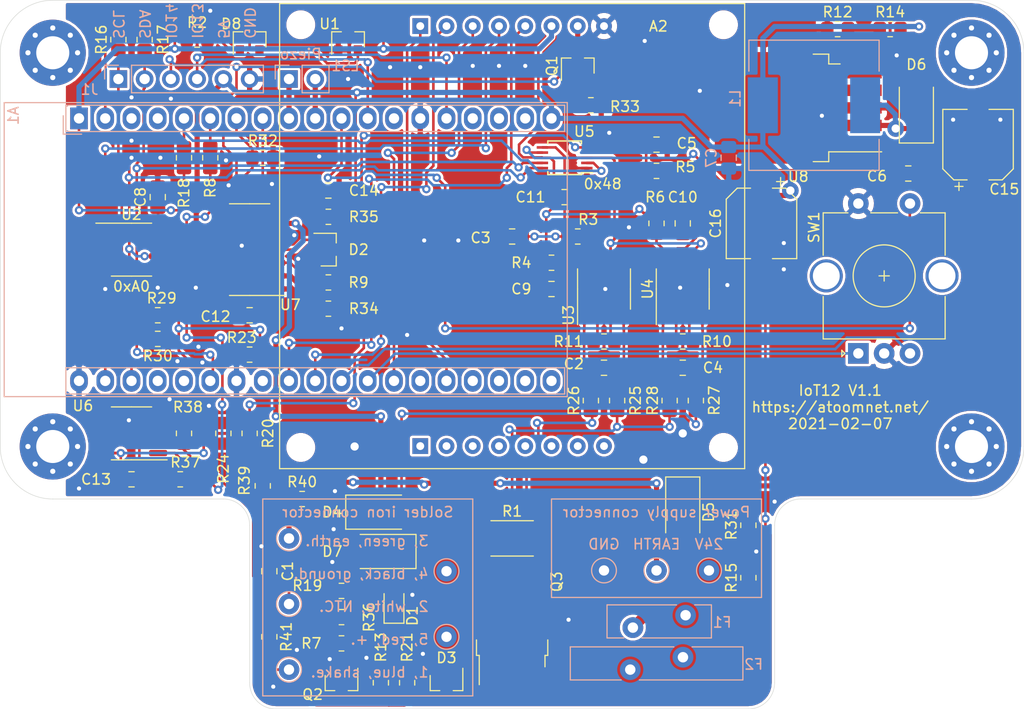
<source format=kicad_pcb>
(kicad_pcb (version 20171130) (host pcbnew "(5.1.9)-1")
  (layers (0 F.Cu signal) (31 B.Cu signal) (34 B.Paste user hide) (35 F.Paste user hide) (36 B.SilkS user hide) (37 F.SilkS user) (38 B.Mask user hide) (39 F.Mask user hide) (44 Edge.Cuts user))
  (net 0 "")
  (net 1 GND)
  (net 2 +3V3)
  (net 3 "Net-(A1-Pad20)")
  (net 4 ~RESET)
  (net 5 +5V)
  (net 6 "Net-(A1-Pad18)")
  (net 7 "Net-(A1-Pad17)")
  (net 8 "Net-(A1-Pad16)")
  (net 9 "Net-(A1-Pad13)")
  (net 10 "Net-(A1-Pad9)")
  (net 11 "Net-(A1-Pad10)")
  (net 12 "Net-(A1-Pad21)")
  (net 13 "Net-(A1-Pad22)")
  (net 14 "Net-(A1-Pad25)")
  (net 15 "Net-(A1-Pad34)")
  (net 16 "Net-(A1-Pad35)")
  (net 17 "Net-(C2-Pad1)")
  (net 18 SAFE_PWM_HEAT)
  (net 19 PWM_HEAT)
  (net 20 ROT_A)
  (net 21 ROT_B)
  (net 22 ROT_SW)
  (net 23 +24V)
  (net 24 LCD_DIN)
  (net 25 LCD_LED)
  (net 26 LCD_DATA-~CMD)
  (net 27 LCD_~CE)
  (net 28 LCD_CLK)
  (net 29 LCD_~RST)
  (net 30 "Net-(A2-Pad7)")
  (net 31 "Net-(D2-Pad2)")
  (net 32 Earth)
  (net 33 "Net-(Q1-Pad1)")
  (net 34 "Net-(R11-Pad1)")
  (net 35 "Net-(D5-Pad2)")
  (net 36 IRON_+)
  (net 37 TEMP)
  (net 38 IRON_POWER)
  (net 39 IO13)
  (net 40 IO14)
  (net 41 SDA)
  (net 42 SCL)
  (net 43 /ESD)
  (net 44 "Net-(D1-Pad2)")
  (net 45 "Net-(A1-Pad31)")
  (net 46 NTC)
  (net 47 SHAKE)
  (net 48 "Net-(C10-Pad1)")
  (net 49 "Net-(R29-Pad1)")
  (net 50 NEAR_ADC_GND)
  (net 51 "Net-(A1-Pad3)")
  (net 52 "Net-(A1-Pad4)")
  (net 53 ADC_RDY)
  (net 54 "Net-(A1-Pad23)")
  (net 55 NEAR_RSENSE_-)
  (net 56 NEAR_RSENSE_+)
  (net 57 "Net-(R19-Pad1)")
  (net 58 "Net-(C1-Pad1)")
  (net 59 "Net-(C2-Pad2)")
  (net 60 "Net-(C4-Pad2)")
  (net 61 "Net-(C4-Pad1)")
  (net 62 "Net-(C15-Pad1)")
  (net 63 "Net-(C9-Pad1)")
  (net 64 "Net-(C14-Pad1)")
  (net 65 "Net-(D2-Pad3)")
  (net 66 "Net-(D3-Pad2)")
  (net 67 "Net-(D6-Pad1)")
  (net 68 "Net-(J105-Pad1)")
  (net 69 "Net-(Q2-Pad3)")
  (net 70 "Net-(R3-Pad2)")
  (net 71 "Net-(R5-Pad2)")
  (net 72 "Net-(R23-Pad1)")
  (net 73 "Net-(R9-Pad2)")
  (net 74 "Net-(R10-Pad2)")
  (net 75 "Net-(R10-Pad1)")
  (net 76 "Net-(R11-Pad2)")
  (net 77 "Net-(R12-Pad2)")
  (net 78 "Net-(U6-Pad7)")
  (net 79 "Net-(U7-Pad11)")
  (net 80 "Net-(U2-Pad7)")
  (net 81 "Net-(U2-Pad3)")
  (net 82 "Net-(U2-Pad2)")
  (net 83 "Net-(U2-Pad1)")
  (net 84 "Net-(J106-Pad1)")
  (net 85 /IRON_-)
  (net 86 "Net-(D8-Pad2)")
  (net 87 "Net-(D8-Pad1)")
  (net 88 VIN)
  (net 89 "Net-(F1-Pad2)")
  (module Package_TO_SOT_SMD:SOT-23 (layer F.Cu) (at -25.4 -22.86 90)
    (fp_text reference D8 (at 1.524 -1.778 180) (layer F.SilkS))
    (fp_text value BAV99)
    (pad 3 smd rect (at 1 0 90) (size 0.9 0.8) (layers F.Cu F.Paste F.Mask) (net 86 "Net-(D8-Pad2)"))
    (pad 2 smd rect (at -1 0.95 90) (size 0.9 0.8) (layers F.Cu F.Paste F.Mask) (net 86 "Net-(D8-Pad2)"))
    (pad 1 smd rect (at -1 -0.95 90) (size 0.9 0.8) (layers F.Cu F.Paste F.Mask) (net 87 "Net-(D8-Pad1)"))
  )
  (module Resistor_SMD:R_0805_2012Metric_Pad1.20x1.40mm_HandSolder (layer F.Cu) (at -23.495 34.925 270)
    (fp_text reference R41 (at 0 -1.65 90) (layer F.SilkS))
    (fp_text value 1M)
    (pad 2 smd roundrect (at 1 0 270) (size 1.2 1.4) (layers F.Cu F.Paste F.Mask) (roundrect_rratio 0.2083325) (net 84 "Net-(J106-Pad1)"))
    (pad 1 smd roundrect (at -1 0 270) (size 1.2 1.4) (layers F.Cu F.Paste F.Mask) (roundrect_rratio 0.2083325) (net 58 "Net-(C1-Pad1)"))
  )
  (module NetTie-extra:NetTie-2_SMD_Pad0.25mm (layer F.Cu) (at 2.159 25.4 180)
    (fp_text reference NT3 hide)
    (fp_text value ~)
    (fp_poly (pts (xy -0.5 -0.125) (xy 0.5 -0.125) (xy 0.5 0.125) (xy -0.5 0.125)) (layer F.Cu) (width 0))
    (pad 2 smd circle (at 0.5 0 180) (size 0.25 0.25) (layers F.Cu) (net 55 NEAR_RSENSE_-))
    (pad 1 smd circle (at -0.5 0 180) (size 0.25 0.25) (layers F.Cu) (net 1 GND))
  )
  (module NetTie-extra:NetTie-2_SMD_Pad0.25mm (layer F.Cu) (at -1.016 25.4)
    (fp_text reference NT2 hide)
    (fp_text value ~)
    (fp_poly (pts (xy -0.5 -0.125) (xy 0.5 -0.125) (xy 0.5 0.125) (xy -0.5 0.125)) (layer F.Cu) (width 0))
    (pad 2 smd circle (at 0.5 0) (size 0.25 0.25) (layers F.Cu) (net 56 NEAR_RSENSE_+))
    (pad 1 smd circle (at -0.5 0) (size 0.25 0.25) (layers F.Cu) (net 85 /IRON_-))
  )
  (module NetTie-extra:NetTie-2_SMD_Pad0.25mm (layer F.Cu) (at 9.144 -11.43 180)
    (fp_text reference NT1 hide)
    (fp_text value ~)
    (fp_poly (pts (xy -0.5 -0.125) (xy 0.5 -0.125) (xy 0.5 0.125) (xy -0.5 0.125)) (layer F.Cu) (width 0))
    (pad 2 smd circle (at 0.5 0 180) (size 0.25 0.25) (layers F.Cu) (net 1 GND))
    (pad 1 smd circle (at -0.5 0 180) (size 0.25 0.25) (layers F.Cu) (net 50 NEAR_ADC_GND))
  )
  (module Package_SO:SO-8_3.9x4.9mm_P1.27mm (layer F.Cu) (at -36.83 -2.54)
    (fp_text reference U2 (at 0 -3.4) (layer F.SilkS))
    (fp_text value AT24C32)
    (pad 8 smd roundrect (at 2.575 -1.905) (size 1.75 0.6) (layers F.Cu F.Paste F.Mask) (net 2 +3V3))
    (pad 7 smd roundrect (at 2.575 -0.635) (size 1.75 0.6) (layers F.Cu F.Paste F.Mask) (net 80 "Net-(U2-Pad7)"))
    (pad 6 smd roundrect (at 2.575 0.635) (size 1.75 0.6) (layers F.Cu F.Paste F.Mask) (net 42 SCL))
    (pad 5 smd roundrect (at 2.575 1.905) (size 1.75 0.6) (layers F.Cu F.Paste F.Mask) (net 41 SDA))
    (pad 4 smd roundrect (at -2.575 1.905) (size 1.75 0.6) (layers F.Cu F.Paste F.Mask) (net 1 GND))
    (pad 3 smd roundrect (at -2.575 0.635) (size 1.75 0.6) (layers F.Cu F.Paste F.Mask) (net 81 "Net-(U2-Pad3)"))
    (pad 2 smd roundrect (at -2.575 -0.635) (size 1.75 0.6) (layers F.Cu F.Paste F.Mask) (net 82 "Net-(U2-Pad2)"))
    (pad 1 smd roundrect (at -2.575 -1.905) (size 1.75 0.6) (layers F.Cu F.Paste F.Mask) (net 83 "Net-(U2-Pad1)"))
  )
  (module Capacitor_SMD:C_0805_2012Metric_Pad1.18x1.45mm_HandSolder (layer F.Cu) (at -34.29 -7.62 90)
    (fp_text reference C8 (at 0 -1.68 90) (layer F.SilkS))
    (fp_text value 100nF)
    (pad 2 smd roundrect (at 1.0375 0 90) (size 1.175 1.45) (layers F.Cu F.Paste F.Mask) (roundrect_rratio 0.2127659574468085) (net 1 GND))
    (pad 1 smd roundrect (at -1.0375 0 90) (size 1.175 1.45) (layers F.Cu F.Paste F.Mask) (roundrect_rratio 0.2127659574468085) (net 2 +3V3))
  )
  (module Package_SO:TSSOP-10_3x3mm_P0.5mm (layer F.Cu) (at 5.08 -11.43 180)
    (fp_text reference U5 (at -1.905 2.54) (layer F.SilkS))
    (fp_text value ADS1115IDGS)
    (pad 10 smd rect (at 2.15 -1 180) (size 1.1 0.25) (layers F.Cu F.Paste F.Mask) (net 42 SCL))
    (pad 9 smd rect (at 2.15 -0.5 180) (size 1.1 0.25) (layers F.Cu F.Paste F.Mask) (net 41 SDA))
    (pad 8 smd rect (at 2.15 0 180) (size 1.1 0.25) (layers F.Cu F.Paste F.Mask) (net 2 +3V3))
    (pad 7 smd rect (at 2.15 0.5 180) (size 1.1 0.25) (layers F.Cu F.Paste F.Mask) (net 88 VIN))
    (pad 6 smd rect (at 2.15 1 180) (size 1.1 0.25) (layers F.Cu F.Paste F.Mask) (net 38 IRON_POWER))
    (pad 5 smd rect (at -2.15 1 180) (size 1.1 0.25) (layers F.Cu F.Paste F.Mask) (net 46 NTC))
    (pad 4 smd rect (at -2.15 0.5 180) (size 1.1 0.25) (layers F.Cu F.Paste F.Mask) (net 37 TEMP))
    (pad 3 smd rect (at -2.15 0 180) (size 1.1 0.25) (layers F.Cu F.Paste F.Mask) (net 1 GND))
    (pad 2 smd rect (at -2.15 -0.5 180) (size 1.1 0.25) (layers F.Cu F.Paste F.Mask) (net 53 ADC_RDY))
    (pad 1 smd rect (at -2.15 -1 180) (size 1.1 0.25) (layers F.Cu F.Paste F.Mask) (net 1 GND))
  )
  (module Resistor_SMD:R_0805_2012Metric_Pad1.20x1.40mm_HandSolder (layer F.Cu) (at -31.75 -11.43 270)
    (fp_text reference R18 (at 3.429 0 90) (layer F.SilkS))
    (fp_text value 4k7)
    (pad 2 smd roundrect (at 1 0 270) (size 1.2 1.4) (layers F.Cu F.Paste F.Mask) (roundrect_rratio 0.2083325) (net 2 +3V3))
    (pad 1 smd roundrect (at -1 0 270) (size 1.2 1.4) (layers F.Cu F.Paste F.Mask) (roundrect_rratio 0.2083325) (net 53 ADC_RDY))
  )
  (module Resistor_SMD:R_0805_2012Metric_Pad1.20x1.40mm_HandSolder (layer F.Cu) (at -35.56 -22.86 90)
    (fp_text reference R17 (at 0 1.778 90) (layer F.SilkS))
    (fp_text value 4k7)
    (pad 2 smd roundrect (at 1 0 90) (size 1.2 1.4) (layers F.Cu F.Paste F.Mask) (roundrect_rratio 0.2083325) (net 2 +3V3))
    (pad 1 smd roundrect (at -1 0 90) (size 1.2 1.4) (layers F.Cu F.Paste F.Mask) (roundrect_rratio 0.2083325) (net 41 SDA))
  )
  (module Resistor_SMD:R_0805_2012Metric_Pad1.20x1.40mm_HandSolder (layer F.Cu) (at -38.1 -22.86 90)
    (fp_text reference R16 (at 0 -1.65 90) (layer F.SilkS))
    (fp_text value 4k7)
    (pad 2 smd roundrect (at 1 0 90) (size 1.2 1.4) (layers F.Cu F.Paste F.Mask) (roundrect_rratio 0.2083325) (net 2 +3V3))
    (pad 1 smd roundrect (at -1 0 90) (size 1.2 1.4) (layers F.Cu F.Paste F.Mask) (roundrect_rratio 0.2083325) (net 42 SCL))
  )
  (module Capacitor_SMD:C_0805_2012Metric_Pad1.18x1.45mm_HandSolder (layer F.Cu) (at 5.08 -7.62)
    (fp_text reference C11 (at -3.302 0) (layer F.SilkS))
    (fp_text value 100nF)
    (pad 2 smd roundrect (at 1.0375 0) (size 1.175 1.45) (layers F.Cu F.Paste F.Mask) (roundrect_rratio 0.2127659574468085) (net 1 GND))
    (pad 1 smd roundrect (at -1.0375 0) (size 1.175 1.45) (layers F.Cu F.Paste F.Mask) (roundrect_rratio 0.2127659574468085) (net 2 +3V3))
  )
  (module Package_SO:SO-8_3.9x4.9mm_P1.27mm (layer F.Cu) (at -36.83 15.24 180)
    (fp_text reference U6 (at 4.699 2.667) (layer F.SilkS))
    (fp_text value LM393)
    (pad 8 smd roundrect (at 2.575 -1.905 180) (size 1.75 0.6) (layers F.Cu F.Paste F.Mask) (net 2 +3V3))
    (pad 7 smd roundrect (at 2.575 -0.635 180) (size 1.75 0.6) (layers F.Cu F.Paste F.Mask) (net 78 "Net-(U6-Pad7)"))
    (pad 6 smd roundrect (at 2.575 0.635 180) (size 1.75 0.6) (layers F.Cu F.Paste F.Mask) (net 1 GND))
    (pad 5 smd roundrect (at 2.575 1.905 180) (size 1.75 0.6) (layers F.Cu F.Paste F.Mask) (net 1 GND))
    (pad 4 smd roundrect (at -2.575 1.905 180) (size 1.75 0.6) (layers F.Cu F.Paste F.Mask) (net 1 GND))
    (pad 3 smd roundrect (at -2.575 0.635 180) (size 1.75 0.6) (layers F.Cu F.Paste F.Mask) (net 49 "Net-(R29-Pad1)"))
    (pad 2 smd roundrect (at -2.575 -0.635 180) (size 1.75 0.6) (layers F.Cu F.Paste F.Mask) (net 58 "Net-(C1-Pad1)"))
    (pad 1 smd roundrect (at -2.575 -1.905 180) (size 1.75 0.6) (layers F.Cu F.Paste F.Mask) (net 72 "Net-(R23-Pad1)"))
  )
  (module Package_SO:SOIC-8_3.9x4.9mm_P1.27mm (layer F.Cu) (at 16.51 1.27 90)
    (fp_text reference U4 (at 0 -3.4 90) (layer F.SilkS))
    (fp_text value INA826AID)
    (pad 8 smd roundrect (at 2.475 -1.905 90) (size 1.95 0.6) (layers F.Cu F.Paste F.Mask) (net 48 "Net-(C10-Pad1)"))
    (pad 7 smd roundrect (at 2.475 -0.635 90) (size 1.95 0.6) (layers F.Cu F.Paste F.Mask) (net 71 "Net-(R5-Pad2)"))
    (pad 6 smd roundrect (at 2.475 0.635 90) (size 1.95 0.6) (layers F.Cu F.Paste F.Mask) (net 50 NEAR_ADC_GND))
    (pad 5 smd roundrect (at 2.475 1.905 90) (size 1.95 0.6) (layers F.Cu F.Paste F.Mask) (net 1 GND))
    (pad 4 smd roundrect (at -2.475 1.905 90) (size 1.95 0.6) (layers F.Cu F.Paste F.Mask) (net 61 "Net-(C4-Pad1)"))
    (pad 3 smd roundrect (at -2.475 0.635 90) (size 1.95 0.6) (layers F.Cu F.Paste F.Mask) (net 75 "Net-(R10-Pad1)"))
    (pad 2 smd roundrect (at -2.475 -0.635 90) (size 1.95 0.6) (layers F.Cu F.Paste F.Mask) (net 74 "Net-(R10-Pad2)"))
    (pad 1 smd roundrect (at -2.475 -1.905 90) (size 1.95 0.6) (layers F.Cu F.Paste F.Mask) (net 60 "Net-(C4-Pad2)"))
  )
  (module Package_SO:SOIC-8_3.9x4.9mm_P1.27mm (layer F.Cu) (at 8.89 1.27 90)
    (fp_text reference U3 (at -2.54 -3.429 90) (layer F.SilkS))
    (fp_text value INA826AID)
    (pad 8 smd roundrect (at 2.475 -1.905 90) (size 1.95 0.6) (layers F.Cu F.Paste F.Mask) (net 63 "Net-(C9-Pad1)"))
    (pad 7 smd roundrect (at 2.475 -0.635 90) (size 1.95 0.6) (layers F.Cu F.Paste F.Mask) (net 70 "Net-(R3-Pad2)"))
    (pad 6 smd roundrect (at 2.475 0.635 90) (size 1.95 0.6) (layers F.Cu F.Paste F.Mask) (net 50 NEAR_ADC_GND))
    (pad 5 smd roundrect (at 2.475 1.905 90) (size 1.95 0.6) (layers F.Cu F.Paste F.Mask) (net 1 GND))
    (pad 4 smd roundrect (at -2.475 1.905 90) (size 1.95 0.6) (layers F.Cu F.Paste F.Mask) (net 17 "Net-(C2-Pad1)"))
    (pad 3 smd roundrect (at -2.475 0.635 90) (size 1.95 0.6) (layers F.Cu F.Paste F.Mask) (net 34 "Net-(R11-Pad1)"))
    (pad 2 smd roundrect (at -2.475 -0.635 90) (size 1.95 0.6) (layers F.Cu F.Paste F.Mask) (net 76 "Net-(R11-Pad2)"))
    (pad 1 smd roundrect (at -2.475 -1.905 90) (size 1.95 0.6) (layers F.Cu F.Paste F.Mask) (net 59 "Net-(C2-Pad2)"))
  )
  (module Resistor_SMD:R_0805_2012Metric_Pad1.20x1.40mm_HandSolder (layer F.Cu) (at 15.24 12.065 270)
    (fp_text reference R28 (at 0 1.651 90) (layer F.SilkS))
    (fp_text value "10k 0.1%")
    (pad 2 smd roundrect (at 1 0 270) (size 1.2 1.4) (layers F.Cu F.Paste F.Mask) (roundrect_rratio 0.2083325) (net 56 NEAR_RSENSE_+))
    (pad 1 smd roundrect (at -1 0 270) (size 1.2 1.4) (layers F.Cu F.Paste F.Mask) (roundrect_rratio 0.2083325) (net 60 "Net-(C4-Pad2)"))
  )
  (module Resistor_SMD:R_0805_2012Metric_Pad1.20x1.40mm_HandSolder (layer F.Cu) (at 13.97 -10.16)
    (fp_text reference R5 (at 2.794 -0.381) (layer F.SilkS))
    (fp_text value 100R)
    (pad 2 smd roundrect (at 1 0) (size 1.2 1.4) (layers F.Cu F.Paste F.Mask) (roundrect_rratio 0.2083325) (net 71 "Net-(R5-Pad2)"))
    (pad 1 smd roundrect (at -1 0) (size 1.2 1.4) (layers F.Cu F.Paste F.Mask) (roundrect_rratio 0.2083325) (net 37 TEMP))
  )
  (module Resistor_SMD:R_0805_2012Metric_Pad1.20x1.40mm_HandSolder (layer F.Cu) (at 16.51 6.35 180)
    (fp_text reference R10 (at -3.302 0) (layer F.SilkS))
    (fp_text value "470R 1%")
    (pad 2 smd roundrect (at 1 0 180) (size 1.2 1.4) (layers F.Cu F.Paste F.Mask) (roundrect_rratio 0.2083325) (net 74 "Net-(R10-Pad2)"))
    (pad 1 smd roundrect (at -1 0 180) (size 1.2 1.4) (layers F.Cu F.Paste F.Mask) (roundrect_rratio 0.2083325) (net 75 "Net-(R10-Pad1)"))
  )
  (module Resistor_SMD:R_0805_2012Metric_Pad1.20x1.40mm_HandSolder (layer F.Cu) (at 13.97 -5.08 90)
    (fp_text reference R6 (at 2.54 -0.127 180) (layer F.SilkS))
    (fp_text value 100R)
    (pad 2 smd roundrect (at 1 0 90) (size 1.2 1.4) (layers F.Cu F.Paste F.Mask) (roundrect_rratio 0.2083325) (net 2 +3V3))
    (pad 1 smd roundrect (at -1 0 90) (size 1.2 1.4) (layers F.Cu F.Paste F.Mask) (roundrect_rratio 0.2083325) (net 48 "Net-(C10-Pad1)"))
  )
  (module Resistor_SMD:R_0805_2012Metric_Pad1.20x1.40mm_HandSolder (layer F.Cu) (at 7.62 12.065 270)
    (fp_text reference R26 (at 0 1.651 90) (layer F.SilkS))
    (fp_text value "10k 0.1%")
    (pad 2 smd roundrect (at 1 0 270) (size 1.2 1.4) (layers F.Cu F.Paste F.Mask) (roundrect_rratio 0.2083325) (net 55 NEAR_RSENSE_-))
    (pad 1 smd roundrect (at -1 0 270) (size 1.2 1.4) (layers F.Cu F.Paste F.Mask) (roundrect_rratio 0.2083325) (net 59 "Net-(C2-Pad2)"))
  )
  (module Resistor_SMD:R_0805_2012Metric_Pad1.20x1.40mm_HandSolder (layer F.Cu) (at 6.35 -3.81)
    (fp_text reference R3 (at 1.016 -1.651) (layer F.SilkS))
    (fp_text value 100R)
    (pad 2 smd roundrect (at 1 0) (size 1.2 1.4) (layers F.Cu F.Paste F.Mask) (roundrect_rratio 0.2083325) (net 70 "Net-(R3-Pad2)"))
    (pad 1 smd roundrect (at -1 0) (size 1.2 1.4) (layers F.Cu F.Paste F.Mask) (roundrect_rratio 0.2083325) (net 38 IRON_POWER))
  )
  (module Resistor_SMD:R_0805_2012Metric_Pad1.20x1.40mm_HandSolder (layer F.Cu) (at 8.89 6.35 180)
    (fp_text reference R11 (at 3.429 0) (layer F.SilkS))
    (fp_text value "1k 1%")
    (pad 2 smd roundrect (at 1 0 180) (size 1.2 1.4) (layers F.Cu F.Paste F.Mask) (roundrect_rratio 0.2083325) (net 76 "Net-(R11-Pad2)"))
    (pad 1 smd roundrect (at -1 0 180) (size 1.2 1.4) (layers F.Cu F.Paste F.Mask) (roundrect_rratio 0.2083325) (net 34 "Net-(R11-Pad1)"))
  )
  (module Resistor_SMD:R_0805_2012Metric_Pad1.20x1.40mm_HandSolder (layer F.Cu) (at 10.16 12.065 270)
    (fp_text reference R25 (at 0 -1.778 90) (layer F.SilkS))
    (fp_text value "10k 0.1%")
    (pad 2 smd roundrect (at 1 0 270) (size 1.2 1.4) (layers F.Cu F.Paste F.Mask) (roundrect_rratio 0.2083325) (net 56 NEAR_RSENSE_+))
    (pad 1 smd roundrect (at -1 0 270) (size 1.2 1.4) (layers F.Cu F.Paste F.Mask) (roundrect_rratio 0.2083325) (net 17 "Net-(C2-Pad1)"))
  )
  (module Resistor_SMD:R_0805_2012Metric_Pad1.20x1.40mm_HandSolder (layer F.Cu) (at 3.81 -1.27 180)
    (fp_text reference R4 (at 2.921 0) (layer F.SilkS))
    (fp_text value 100R)
    (pad 2 smd roundrect (at 1 0 180) (size 1.2 1.4) (layers F.Cu F.Paste F.Mask) (roundrect_rratio 0.2083325) (net 2 +3V3))
    (pad 1 smd roundrect (at -1 0 180) (size 1.2 1.4) (layers F.Cu F.Paste F.Mask) (roundrect_rratio 0.2083325) (net 63 "Net-(C9-Pad1)"))
  )
  (module Capacitor_SMD:C_0805_2012Metric_Pad1.18x1.45mm_HandSolder (layer F.Cu) (at 13.97 -12.7)
    (fp_text reference C5 (at 2.921 -0.127) (layer F.SilkS))
    (fp_text value 10nF)
    (pad 2 smd roundrect (at 1.0375 0) (size 1.175 1.45) (layers F.Cu F.Paste F.Mask) (roundrect_rratio 0.2127659574468085) (net 1 GND))
    (pad 1 smd roundrect (at -1.0375 0) (size 1.175 1.45) (layers F.Cu F.Paste F.Mask) (roundrect_rratio 0.2127659574468085) (net 37 TEMP))
  )
  (module Capacitor_SMD:C_0805_2012Metric_Pad1.18x1.45mm_HandSolder (layer F.Cu) (at 16.51 8.89 180)
    (fp_text reference C4 (at -2.921 0) (layer F.SilkS))
    (fp_text value 10nF)
    (pad 2 smd roundrect (at 1.0375 0 180) (size 1.175 1.45) (layers F.Cu F.Paste F.Mask) (roundrect_rratio 0.2127659574468085) (net 60 "Net-(C4-Pad2)"))
    (pad 1 smd roundrect (at -1.0375 0 180) (size 1.175 1.45) (layers F.Cu F.Paste F.Mask) (roundrect_rratio 0.2127659574468085) (net 61 "Net-(C4-Pad1)"))
  )
  (module Capacitor_SMD:C_0805_2012Metric_Pad1.18x1.45mm_HandSolder (layer F.Cu) (at 16.51 -5.08 90)
    (fp_text reference C10 (at 2.54 0 180) (layer F.SilkS))
    (fp_text value 100nF)
    (pad 2 smd roundrect (at 1.0375 0 90) (size 1.175 1.45) (layers F.Cu F.Paste F.Mask) (roundrect_rratio 0.2127659574468085) (net 1 GND))
    (pad 1 smd roundrect (at -1.0375 0 90) (size 1.175 1.45) (layers F.Cu F.Paste F.Mask) (roundrect_rratio 0.2127659574468085) (net 48 "Net-(C10-Pad1)"))
  )
  (module Capacitor_SMD:C_0805_2012Metric_Pad1.18x1.45mm_HandSolder (layer F.Cu) (at 0 -3.81 180)
    (fp_text reference C3 (at 3.048 -0.127) (layer F.SilkS))
    (fp_text value 10nF)
    (pad 2 smd roundrect (at 1.0375 0 180) (size 1.175 1.45) (layers F.Cu F.Paste F.Mask) (roundrect_rratio 0.2127659574468085) (net 1 GND))
    (pad 1 smd roundrect (at -1.0375 0 180) (size 1.175 1.45) (layers F.Cu F.Paste F.Mask) (roundrect_rratio 0.2127659574468085) (net 38 IRON_POWER))
  )
  (module Capacitor_SMD:C_0805_2012Metric_Pad1.18x1.45mm_HandSolder (layer F.Cu) (at 8.89 8.89 180)
    (fp_text reference C2 (at 2.921 0.381) (layer F.SilkS))
    (fp_text value 10nF)
    (pad 2 smd roundrect (at 1.0375 0 180) (size 1.175 1.45) (layers F.Cu F.Paste F.Mask) (roundrect_rratio 0.2127659574468085) (net 59 "Net-(C2-Pad2)"))
    (pad 1 smd roundrect (at -1.0375 0 180) (size 1.175 1.45) (layers F.Cu F.Paste F.Mask) (roundrect_rratio 0.2127659574468085) (net 17 "Net-(C2-Pad1)"))
  )
  (module Capacitor_SMD:C_0805_2012Metric_Pad1.18x1.45mm_HandSolder (layer F.Cu) (at 3.81 1.27 180)
    (fp_text reference C9 (at 2.921 0) (layer F.SilkS))
    (fp_text value 100nF)
    (pad 2 smd roundrect (at 1.0375 0 180) (size 1.175 1.45) (layers F.Cu F.Paste F.Mask) (roundrect_rratio 0.2127659574468085) (net 1 GND))
    (pad 1 smd roundrect (at -1.0375 0 180) (size 1.175 1.45) (layers F.Cu F.Paste F.Mask) (roundrect_rratio 0.2127659574468085) (net 63 "Net-(C9-Pad1)"))
  )
  (module Resistor_SMD:R_0805_2012Metric_Pad1.20x1.40mm_HandSolder (layer F.Cu) (at -29.21 -11.43 270)
    (fp_text reference R8 (at 2.921 0 90) (layer F.SilkS))
    (fp_text value 100R)
    (pad 2 smd roundrect (at 1 0 270) (size 1.2 1.4) (layers F.Cu F.Paste F.Mask) (roundrect_rratio 0.2083325) (net 72 "Net-(R23-Pad1)"))
    (pad 1 smd roundrect (at -1 0 270) (size 1.2 1.4) (layers F.Cu F.Paste F.Mask) (roundrect_rratio 0.2083325) (net 47 SHAKE))
  )
  (module Resistor_SMD:R_0805_2012Metric_Pad1.20x1.40mm_HandSolder (layer F.Cu) (at -34.29 6.096 180)
    (fp_text reference R30 (at 0 -1.65) (layer F.SilkS))
    (fp_text value 33k)
    (pad 2 smd roundrect (at 1 0 180) (size 1.2 1.4) (layers F.Cu F.Paste F.Mask) (roundrect_rratio 0.2083325) (net 49 "Net-(R29-Pad1)"))
    (pad 1 smd roundrect (at -1 0 180) (size 1.2 1.4) (layers F.Cu F.Paste F.Mask) (roundrect_rratio 0.2083325) (net 1 GND))
  )
  (module Resistor_SMD:R_0805_2012Metric_Pad1.20x1.40mm_HandSolder (layer F.Cu) (at -25.4 7.62)
    (fp_text reference R23 (at -0.762 -1.651) (layer F.SilkS))
    (fp_text value 10k)
    (pad 2 smd roundrect (at 1 0) (size 1.2 1.4) (layers F.Cu F.Paste F.Mask) (roundrect_rratio 0.2083325) (net 2 +3V3))
    (pad 1 smd roundrect (at -1 0) (size 1.2 1.4) (layers F.Cu F.Paste F.Mask) (roundrect_rratio 0.2083325) (net 72 "Net-(R23-Pad1)"))
  )
  (module Resistor_SMD:R_0805_2012Metric_Pad1.20x1.40mm_HandSolder (layer F.Cu) (at -32.115 19.685)
    (fp_text reference R37 (at 0.492 -1.651 180) (layer F.SilkS))
    (fp_text value 100k)
    (pad 2 smd roundrect (at 1 0) (size 1.2 1.4) (layers F.Cu F.Paste F.Mask) (roundrect_rratio 0.2083325) (net 72 "Net-(R23-Pad1)"))
    (pad 1 smd roundrect (at -1 0) (size 1.2 1.4) (layers F.Cu F.Paste F.Mask) (roundrect_rratio 0.2083325) (net 49 "Net-(R29-Pad1)"))
  )
  (module Resistor_SMD:R_0805_2012Metric_Pad1.20x1.40mm_HandSolder (layer F.Cu) (at -34.29 3.81)
    (fp_text reference R29 (at 0.381 -1.651) (layer F.SilkS))
    (fp_text value 10k)
    (pad 2 smd roundrect (at 1 0) (size 1.2 1.4) (layers F.Cu F.Paste F.Mask) (roundrect_rratio 0.2083325) (net 2 +3V3))
    (pad 1 smd roundrect (at -1 0) (size 1.2 1.4) (layers F.Cu F.Paste F.Mask) (roundrect_rratio 0.2083325) (net 49 "Net-(R29-Pad1)"))
  )
  (module Capacitor_SMD:C_0805_2012Metric_Pad1.18x1.45mm_HandSolder (layer F.Cu) (at -23.495 28.575 90)
    (fp_text reference C1 (at 0 1.778 90) (layer F.SilkS))
    (fp_text value 100pF)
    (pad 2 smd roundrect (at 1.0375 0 90) (size 1.175 1.45) (layers F.Cu F.Paste F.Mask) (roundrect_rratio 0.2127659574468085) (net 1 GND))
    (pad 1 smd roundrect (at -1.0375 0 90) (size 1.175 1.45) (layers F.Cu F.Paste F.Mask) (roundrect_rratio 0.2127659574468085) (net 58 "Net-(C1-Pad1)"))
  )
  (module Capacitor_SMD:C_0805_2012Metric_Pad1.18x1.45mm_HandSolder (layer F.Cu) (at -36.83 19.685)
    (fp_text reference C13 (at -3.429 0) (layer F.SilkS))
    (fp_text value 100nF)
    (pad 2 smd roundrect (at 1.0375 0) (size 1.175 1.45) (layers F.Cu F.Paste F.Mask) (roundrect_rratio 0.2127659574468085) (net 1 GND))
    (pad 1 smd roundrect (at -1.0375 0) (size 1.175 1.45) (layers F.Cu F.Paste F.Mask) (roundrect_rratio 0.2127659574468085) (net 2 +3V3))
  )
  (module TestPoint:TestPoint_THTPad_D2.0mm_Drill1.0mm (layer B.Cu) (at 8.89 28.505)
    (fp_text reference J103 hide)
    (fp_text value ~)
    (pad 1 thru_hole circle (at 0 0) (size 2 2) (drill 1) (layers *.Cu *.Mask) (net 1 GND))
  )
  (module TestPoint:TestPoint_THTPad_D2.0mm_Drill1.0mm (layer B.Cu) (at 13.97 28.505)
    (fp_text reference J102 hide)
    (fp_text value ~)
    (pad 1 thru_hole circle (at 0 0) (size 2 2) (drill 1) (layers *.Cu *.Mask) (net 32 Earth))
  )
  (module TestPoint:TestPoint_THTPad_D2.0mm_Drill1.0mm (layer B.Cu) (at 19.05 28.505)
    (fp_text reference J101 hide)
    (fp_text value ~)
    (pad 1 thru_hole circle (at 0 0) (size 2 2) (drill 1) (layers *.Cu *.Mask) (net 89 "Net-(F1-Pad2)"))
  )
  (module Resistor_SMD:R_0805_2012Metric_Pad1.20x1.40mm_HandSolder (layer F.Cu) (at -31.75 15.24 270)
    (fp_text reference R38 (at -2.54 -0.381 180) (layer F.SilkS))
    (fp_text value 1M)
    (pad 2 smd roundrect (at 1 0 270) (size 1.2 1.4) (layers F.Cu F.Paste F.Mask) (roundrect_rratio 0.2083325) (net 58 "Net-(C1-Pad1)"))
    (pad 1 smd roundrect (at -1 0 270) (size 1.2 1.4) (layers F.Cu F.Paste F.Mask) (roundrect_rratio 0.2083325) (net 2 +3V3))
  )
  (module TestPoint:TestPoint_THTPad_D2.0mm_Drill1.0mm (layer B.Cu) (at -21.59 38.1)
    (fp_text reference J106 hide)
    (fp_text value ~)
    (pad 1 thru_hole circle (at 0 0) (size 2 2) (drill 1) (layers *.Cu *.Mask) (net 84 "Net-(J106-Pad1)"))
  )
  (module TestPoint:TestPoint_THTPad_D2.0mm_Drill1.0mm (layer B.Cu) (at -6.35 28.575)
    (fp_text reference J109 hide)
    (fp_text value ~)
    (pad 1 thru_hole circle (at 0 0) (size 2 2) (drill 1) (layers *.Cu *.Mask) (net 85 /IRON_-))
  )
  (module TestPoint:TestPoint_THTPad_D2.0mm_Drill1.0mm (layer B.Cu) (at -21.59 25.4)
    (fp_text reference J108 hide)
    (fp_text value ~)
    (pad 1 thru_hole circle (at 0 0) (size 2 2) (drill 1) (layers *.Cu *.Mask) (net 43 /ESD))
  )
  (module TestPoint:TestPoint_THTPad_D2.0mm_Drill1.0mm (layer B.Cu) (at -21.59 31.75)
    (fp_text reference J105 hide)
    (fp_text value ~)
    (pad 1 thru_hole circle (at 0 0) (size 2 2) (drill 1) (layers *.Cu *.Mask) (net 68 "Net-(J105-Pad1)"))
  )
  (module TestPoint:TestPoint_THTPad_D2.0mm_Drill1.0mm (layer B.Cu) (at -6.35 34.925)
    (fp_text reference J107 hide)
    (fp_text value ~)
    (pad 1 thru_hole circle (at 0 0) (size 2 2) (drill 1) (layers *.Cu *.Mask) (net 36 IRON_+))
  )
  (module Resistor_SMD:R_0805_2012Metric_Pad1.20x1.40mm_HandSolder (layer F.Cu) (at -25.4 15.24 270)
    (fp_text reference R20 (at 0 -1.778 90) (layer F.SilkS))
    (fp_text value 4k7)
    (pad 2 smd roundrect (at 1 0 270) (size 1.2 1.4) (layers F.Cu F.Paste F.Mask) (roundrect_rratio 0.2083325) (net 68 "Net-(J105-Pad1)"))
    (pad 1 smd roundrect (at -1 0 270) (size 1.2 1.4) (layers F.Cu F.Paste F.Mask) (roundrect_rratio 0.2083325) (net 46 NTC))
  )
  (module Resistor_SMD:R_0805_2012Metric_Pad1.20x1.40mm_HandSolder (layer F.Cu) (at -27.94 15.24 270)
    (fp_text reference R24 (at 3.429 0 90) (layer F.SilkS))
    (fp_text value "10k 0.1%")
    (pad 2 smd roundrect (at 1 0 270) (size 1.2 1.4) (layers F.Cu F.Paste F.Mask) (roundrect_rratio 0.2083325) (net 68 "Net-(J105-Pad1)"))
    (pad 1 smd roundrect (at -1 0 270) (size 1.2 1.4) (layers F.Cu F.Paste F.Mask) (roundrect_rratio 0.2083325) (net 2 +3V3))
  )
  (module Resistor_SMD:R_0805_2012Metric_Pad1.20x1.40mm_HandSolder (layer F.Cu) (at -24.13 20.32 270)
    (fp_text reference R39 (at -0.508 1.778 90) (layer F.SilkS))
    (fp_text value 1M)
    (pad 2 smd roundrect (at 1 0 270) (size 1.2 1.4) (layers F.Cu F.Paste F.Mask) (roundrect_rratio 0.2083325) (net 43 /ESD))
    (pad 1 smd roundrect (at -1 0 270) (size 1.2 1.4) (layers F.Cu F.Paste F.Mask) (roundrect_rratio 0.2083325) (net 1 GND))
  )
  (module Resistor_SMD:R_0805_2012Metric_Pad1.20x1.40mm_HandSolder (layer F.Cu) (at 22.86 29.21 90)
    (fp_text reference R15 (at 0 -1.65 90) (layer F.SilkS))
    (fp_text value 4k7)
    (pad 2 smd roundrect (at 1 0 90) (size 1.2 1.4) (layers F.Cu F.Paste F.Mask) (roundrect_rratio 0.2083325) (net 88 VIN))
    (pad 1 smd roundrect (at -1 0 90) (size 1.2 1.4) (layers F.Cu F.Paste F.Mask) (roundrect_rratio 0.2083325) (net 1 GND))
  )
  (module Resistor_SMD:R_0805_2012Metric_Pad1.20x1.40mm_HandSolder (layer F.Cu) (at 22.86 24.13 90)
    (fp_text reference R31 (at 0 -1.65 90) (layer F.SilkS))
    (fp_text value 100k)
    (pad 2 smd roundrect (at 1 0 90) (size 1.2 1.4) (layers F.Cu F.Paste F.Mask) (roundrect_rratio 0.2083325) (net 35 "Net-(D5-Pad2)"))
    (pad 1 smd roundrect (at -1 0 90) (size 1.2 1.4) (layers F.Cu F.Paste F.Mask) (roundrect_rratio 0.2083325) (net 88 VIN))
  )
  (module Package_TO_SOT_SMD:SOT-23 (layer F.Cu) (at -17.78 -2.54)
    (fp_text reference D2 (at 2.921 0) (layer F.SilkS))
    (fp_text value BAV99)
    (pad 3 smd rect (at 1 0) (size 0.9 0.8) (layers F.Cu F.Paste F.Mask) (net 65 "Net-(D2-Pad3)"))
    (pad 2 smd rect (at -1 0.95) (size 0.9 0.8) (layers F.Cu F.Paste F.Mask) (net 31 "Net-(D2-Pad2)"))
    (pad 1 smd rect (at -1 -0.95) (size 0.9 0.8) (layers F.Cu F.Paste F.Mask) (net 64 "Net-(C14-Pad1)"))
  )
  (module Package_SO:SOIC-14_3.9x8.7mm_P1.27mm (layer F.Cu) (at -25.4 -2.54 180)
    (fp_text reference U7 (at -3.937 -5.334) (layer F.SilkS))
    (fp_text value 74HC125)
    (pad 14 smd roundrect (at 2.475 -3.81 180) (size 1.95 0.6) (layers F.Cu F.Paste F.Mask) (net 5 +5V))
    (pad 13 smd roundrect (at 2.475 -2.54 180) (size 1.95 0.6) (layers F.Cu F.Paste F.Mask) (net 1 GND))
    (pad 12 smd roundrect (at 2.475 -1.27 180) (size 1.95 0.6) (layers F.Cu F.Paste F.Mask) (net 1 GND))
    (pad 11 smd roundrect (at 2.475 0 180) (size 1.95 0.6) (layers F.Cu F.Paste F.Mask) (net 79 "Net-(U7-Pad11)"))
    (pad 10 smd roundrect (at 2.475 1.27 180) (size 1.95 0.6) (layers F.Cu F.Paste F.Mask) (net 1 GND))
    (pad 9 smd roundrect (at 2.475 2.54 180) (size 1.95 0.6) (layers F.Cu F.Paste F.Mask) (net 25 LCD_LED))
    (pad 8 smd roundrect (at 2.475 3.81 180) (size 1.95 0.6) (layers F.Cu F.Paste F.Mask) (net 33 "Net-(Q1-Pad1)"))
    (pad 7 smd roundrect (at -2.475 3.81 180) (size 1.95 0.6) (layers F.Cu F.Paste F.Mask) (net 1 GND))
    (pad 6 smd roundrect (at -2.475 2.54 180) (size 1.95 0.6) (layers F.Cu F.Paste F.Mask) (net 57 "Net-(R19-Pad1)"))
    (pad 5 smd roundrect (at -2.475 1.27 180) (size 1.95 0.6) (layers F.Cu F.Paste F.Mask) (net 73 "Net-(R9-Pad2)"))
    (pad 4 smd roundrect (at -2.475 0 180) (size 1.95 0.6) (layers F.Cu F.Paste F.Mask) (net 64 "Net-(C14-Pad1)"))
    (pad 3 smd roundrect (at -2.475 -1.27 180) (size 1.95 0.6) (layers F.Cu F.Paste F.Mask) (net 73 "Net-(R9-Pad2)"))
    (pad 2 smd roundrect (at -2.475 -2.54 180) (size 1.95 0.6) (layers F.Cu F.Paste F.Mask) (net 19 PWM_HEAT))
    (pad 1 smd roundrect (at -2.475 -3.81 180) (size 1.95 0.6) (layers F.Cu F.Paste F.Mask) (net 1 GND))
  )
  (module Diode_SMD:D_SMA (layer F.Cu) (at -12.7 26.67 180)
    (fp_text reference D7 (at 4.699 0) (layer F.SilkS))
    (fp_text value SS34)
    (pad 2 smd rect (at 2 0 180) (size 2.5 1.8) (layers F.Cu F.Paste F.Mask) (net 1 GND))
    (pad 1 smd rect (at -2 0 180) (size 2.5 1.8) (layers F.Cu F.Paste F.Mask) (net 36 IRON_+))
  )
  (module Diode_SMD:D_SMA (layer F.Cu) (at -12.7 22.86)
    (fp_text reference D4 (at -4.699 0) (layer F.SilkS))
    (fp_text value SS14)
    (pad 2 smd rect (at 2 0) (size 2.5 1.8) (layers F.Cu F.Paste F.Mask) (net 36 IRON_+))
    (pad 1 smd rect (at -2 0) (size 2.5 1.8) (layers F.Cu F.Paste F.Mask) (net 23 +24V))
  )
  (module Diode_SMD:D_SMA (layer F.Cu) (at 39.116 -16.256 90)
    (fp_text reference D6 (at 4.191 0 180) (layer F.SilkS))
    (fp_text value SS34)
    (pad 2 smd rect (at 2 0 90) (size 2.5 1.8) (layers F.Cu F.Paste F.Mask) (net 1 GND))
    (pad 1 smd rect (at -2 0 90) (size 2.5 1.8) (layers F.Cu F.Paste F.Mask) (net 67 "Net-(D6-Pad1)"))
  )
  (module Diode_SMD:D_SMA (layer F.Cu) (at 16.51 22.86 270)
    (fp_text reference D5 (at 0 -2.5 90) (layer F.SilkS))
    (fp_text value SS34)
    (pad 2 smd rect (at 2 0 270) (size 2.5 1.8) (layers F.Cu F.Paste F.Mask) (net 35 "Net-(D5-Pad2)"))
    (pad 1 smd rect (at -2 0 270) (size 2.5 1.8) (layers F.Cu F.Paste F.Mask) (net 62 "Net-(C15-Pad1)"))
  )
  (module MountingHole:MountingHole_3.2mm_M3_Pad_Via (layer F.Cu) (at -44.45 16.51)
    (fp_text reference H4 hide)
    (fp_text value MountingHole)
    (pad 1 thru_hole circle (at 1.697056 -1.697056) (size 0.8 0.8) (drill 0.5) (layers *.Cu *.Mask))
    (pad 1 thru_hole circle (at 0 -2.4) (size 0.8 0.8) (drill 0.5) (layers *.Cu *.Mask))
    (pad 1 thru_hole circle (at -1.697056 -1.697056) (size 0.8 0.8) (drill 0.5) (layers *.Cu *.Mask))
    (pad 1 thru_hole circle (at -2.4 0) (size 0.8 0.8) (drill 0.5) (layers *.Cu *.Mask))
    (pad 1 thru_hole circle (at -1.697056 1.697056) (size 0.8 0.8) (drill 0.5) (layers *.Cu *.Mask))
    (pad 1 thru_hole circle (at 0 2.4) (size 0.8 0.8) (drill 0.5) (layers *.Cu *.Mask))
    (pad 1 thru_hole circle (at 1.697056 1.697056) (size 0.8 0.8) (drill 0.5) (layers *.Cu *.Mask))
    (pad 1 thru_hole circle (at 2.4 0) (size 0.8 0.8) (drill 0.5) (layers *.Cu *.Mask))
    (pad 1 thru_hole circle (at 0 0) (size 6.4 6.4) (drill 3.2) (layers *.Cu *.Mask))
  )
  (module MountingHole:MountingHole_3.2mm_M3_Pad_Via (layer F.Cu) (at -44.45 -21.59)
    (fp_text reference H2 hide)
    (fp_text value MountingHole)
    (pad 1 thru_hole circle (at 1.697056 -1.697056) (size 0.8 0.8) (drill 0.5) (layers *.Cu *.Mask))
    (pad 1 thru_hole circle (at 0 -2.4) (size 0.8 0.8) (drill 0.5) (layers *.Cu *.Mask))
    (pad 1 thru_hole circle (at -1.697056 -1.697056) (size 0.8 0.8) (drill 0.5) (layers *.Cu *.Mask))
    (pad 1 thru_hole circle (at -2.4 0) (size 0.8 0.8) (drill 0.5) (layers *.Cu *.Mask))
    (pad 1 thru_hole circle (at -1.697056 1.697056) (size 0.8 0.8) (drill 0.5) (layers *.Cu *.Mask))
    (pad 1 thru_hole circle (at 0 2.4) (size 0.8 0.8) (drill 0.5) (layers *.Cu *.Mask))
    (pad 1 thru_hole circle (at 1.697056 1.697056) (size 0.8 0.8) (drill 0.5) (layers *.Cu *.Mask))
    (pad 1 thru_hole circle (at 2.4 0) (size 0.8 0.8) (drill 0.5) (layers *.Cu *.Mask))
    (pad 1 thru_hole circle (at 0 0) (size 6.4 6.4) (drill 3.2) (layers *.Cu *.Mask))
  )
  (module MountingHole:MountingHole_3.2mm_M3_Pad_Via (layer F.Cu) (at 44.45 16.51)
    (fp_text reference H3 hide)
    (fp_text value MountingHole)
    (pad 1 thru_hole circle (at 1.697056 -1.697056) (size 0.8 0.8) (drill 0.5) (layers *.Cu *.Mask))
    (pad 1 thru_hole circle (at 0 -2.4) (size 0.8 0.8) (drill 0.5) (layers *.Cu *.Mask))
    (pad 1 thru_hole circle (at -1.697056 -1.697056) (size 0.8 0.8) (drill 0.5) (layers *.Cu *.Mask))
    (pad 1 thru_hole circle (at -2.4 0) (size 0.8 0.8) (drill 0.5) (layers *.Cu *.Mask))
    (pad 1 thru_hole circle (at -1.697056 1.697056) (size 0.8 0.8) (drill 0.5) (layers *.Cu *.Mask))
    (pad 1 thru_hole circle (at 0 2.4) (size 0.8 0.8) (drill 0.5) (layers *.Cu *.Mask))
    (pad 1 thru_hole circle (at 1.697056 1.697056) (size 0.8 0.8) (drill 0.5) (layers *.Cu *.Mask))
    (pad 1 thru_hole circle (at 2.4 0) (size 0.8 0.8) (drill 0.5) (layers *.Cu *.Mask))
    (pad 1 thru_hole circle (at 0 0) (size 6.4 6.4) (drill 3.2) (layers *.Cu *.Mask))
  )
  (module MountingHole:MountingHole_3.2mm_M3_Pad_Via (layer F.Cu) (at 44.45 -21.59)
    (fp_text reference H1 hide)
    (fp_text value MountingHole)
    (pad 1 thru_hole circle (at 1.697056 -1.697056) (size 0.8 0.8) (drill 0.5) (layers *.Cu *.Mask))
    (pad 1 thru_hole circle (at 0 -2.4) (size 0.8 0.8) (drill 0.5) (layers *.Cu *.Mask))
    (pad 1 thru_hole circle (at -1.697056 -1.697056) (size 0.8 0.8) (drill 0.5) (layers *.Cu *.Mask))
    (pad 1 thru_hole circle (at -2.4 0) (size 0.8 0.8) (drill 0.5) (layers *.Cu *.Mask))
    (pad 1 thru_hole circle (at -1.697056 1.697056) (size 0.8 0.8) (drill 0.5) (layers *.Cu *.Mask))
    (pad 1 thru_hole circle (at 0 2.4) (size 0.8 0.8) (drill 0.5) (layers *.Cu *.Mask))
    (pad 1 thru_hole circle (at 1.697056 1.697056) (size 0.8 0.8) (drill 0.5) (layers *.Cu *.Mask))
    (pad 1 thru_hole circle (at 2.4 0) (size 0.8 0.8) (drill 0.5) (layers *.Cu *.Mask))
    (pad 1 thru_hole circle (at 0 0) (size 6.4 6.4) (drill 3.2) (layers *.Cu *.Mask))
  )
  (module Rotary_Encoder-fixed:RotaryEncoder_Alps_EC11E-Switch_Vertical_H20mm_CircularMountingHoles (layer F.Cu) (at 36 0 90)
    (fp_text reference SW1 (at 4.699 -6.79 90) (layer F.SilkS))
    (fp_text value "Rotary encoder EC11 Plum 15mm")
    (pad A thru_hole rect (at -7.5 -2.5 90) (size 2 2) (drill 1) (layers *.Cu *.Mask) (net 20 ROT_A))
    (pad C thru_hole circle (at -7.5 0 90) (size 2 2) (drill 1) (layers *.Cu *.Mask) (net 1 GND))
    (pad B thru_hole circle (at -7.5 2.5 90) (size 2 2) (drill 1) (layers *.Cu *.Mask) (net 21 ROT_B))
    (pad MP thru_hole circle (at 0 -5.6 90) (size 3.2 3.2) (drill 2.6) (layers *.Cu *.Mask))
    (pad MP thru_hole circle (at 0 5.6 90) (size 3.2 3.2) (drill 2.6) (layers *.Cu *.Mask))
    (pad S2 thru_hole circle (at 7 -2.5 90) (size 2 2) (drill 1) (layers *.Cu *.Mask) (net 1 GND))
    (pad S1 thru_hole circle (at 7 2.5 90) (size 2 2) (drill 1) (layers *.Cu *.Mask) (net 22 ROT_SW))
  )
  (module Package_TO_SOT_SMD:SOT-23 (layer F.Cu) (at -16.51 39.37 270)
    (fp_text reference Q2 (at 1.143 2.794 180) (layer F.SilkS))
    (fp_text value 2N7002)
    (pad 3 smd rect (at 1 0 270) (size 0.9 0.8) (layers F.Cu F.Paste F.Mask) (net 69 "Net-(Q2-Pad3)"))
    (pad 2 smd rect (at -1 0.95 270) (size 0.9 0.8) (layers F.Cu F.Paste F.Mask) (net 1 GND))
    (pad 1 smd rect (at -1 -0.95 270) (size 0.9 0.8) (layers F.Cu F.Paste F.Mask) (net 18 SAFE_PWM_HEAT))
  )
  (module Package_TO_SOT_SMD:SOT-23 (layer F.Cu) (at 6.35 -20.32 90)
    (fp_text reference Q1 (at 0 -2.5 90) (layer F.SilkS))
    (fp_text value 2N7002)
    (pad 3 smd rect (at 1 0 90) (size 0.9 0.8) (layers F.Cu F.Paste F.Mask) (net 30 "Net-(A2-Pad7)"))
    (pad 2 smd rect (at -1 0.95 90) (size 0.9 0.8) (layers F.Cu F.Paste F.Mask) (net 1 GND))
    (pad 1 smd rect (at -1 -0.95 90) (size 0.9 0.8) (layers F.Cu F.Paste F.Mask) (net 33 "Net-(Q1-Pad1)"))
  )
  (module Package_TO_SOT_SMD:TO-252-2 (layer F.Cu) (at 0 34.255 90)
    (fp_text reference Q3 (at 4.664 4.318 90) (layer F.SilkS))
    (fp_text value AOD403)
    (pad 2 smd rect (at 2.1 0 90) (size 6.4 5.8) (layers F.Cu F.Mask) (net 36 IRON_+))
    (pad 3 smd rect (at -4.2 2.28 90) (size 2.2 1.2) (layers F.Cu F.Paste F.Mask) (net 23 +24V))
    (pad 1 smd rect (at -4.2 -2.28 90) (size 2.2 1.2) (layers F.Cu F.Paste F.Mask) (net 66 "Net-(D3-Pad2)"))
  )
  (module Resistor_SMD:R_2512_6332Metric_Pad1.52x3.35mm_HandSolder (layer F.Cu) (at 0 25.4)
    (fp_text reference R1 (at 0 -2.62) (layer F.SilkS))
    (fp_text value 0R005)
    (pad 2 smd roundrect (at 2.9875 0) (size 1.525 3.35) (layers F.Cu F.Paste F.Mask) (roundrect_rratio 0.164) (net 1 GND))
    (pad 1 smd roundrect (at -2.9875 0) (size 1.525 3.35) (layers F.Cu F.Paste F.Mask) (roundrect_rratio 0.1639337704918033) (net 85 /IRON_-))
  )
  (module Resistor_SMD:R_0805_2012Metric_Pad1.20x1.40mm_HandSolder (layer F.Cu) (at 17.78 12.065 270)
    (fp_text reference R27 (at 0 -1.778 90) (layer F.SilkS))
    (fp_text value "10k 0.1%")
    (pad 2 smd roundrect (at 1 0 270) (size 1.2 1.4) (layers F.Cu F.Paste F.Mask) (roundrect_rratio 0.2083325) (net 36 IRON_+))
    (pad 1 smd roundrect (at -1 0 270) (size 1.2 1.4) (layers F.Cu F.Paste F.Mask) (roundrect_rratio 0.2083325) (net 61 "Net-(C4-Pad1)"))
  )
  (module Connector_PinHeader_2.54mm:PinHeader_1x02_P2.54mm_Vertical (layer B.Cu) (at -21.59 -19.05 270)
    (fp_text reference LS1 (at -1.27 -5.461 180) (layer B.SilkS) (effects (justify mirror)))
    (fp_text value Conn_01x02_Male)
    (pad 2 thru_hole oval (at 0 -2.54 270) (size 1.7 1.7) (drill 1) (layers *.Cu *.Mask) (net 11 "Net-(A1-Pad10)"))
    (pad 1 thru_hole rect (at 0 0 270) (size 1.7 1.7) (drill 1) (layers *.Cu *.Mask) (net 10 "Net-(A1-Pad9)"))
  )
  (module Connector_PinHeader_2.54mm:PinHeader_1x06_P2.54mm_Vertical (layer B.Cu) (at -38.1 -19.05 270)
    (fp_text reference J1 (at 1.016 2.794 180) (layer B.SilkS) (effects (justify mirror)))
    (fp_text value Conn_01x04_Male)
    (pad 6 thru_hole oval (at 0 -12.7 270) (size 1.7 1.7) (drill 1) (layers *.Cu *.Mask) (net 1 GND))
    (pad 5 thru_hole oval (at 0 -10.16 270) (size 1.7 1.7) (drill 1) (layers *.Cu *.Mask) (net 5 +5V))
    (pad 4 thru_hole oval (at 0 -7.62 270) (size 1.7 1.7) (drill 1) (layers *.Cu *.Mask) (net 39 IO13))
    (pad 3 thru_hole oval (at 0 -5.08 270) (size 1.7 1.7) (drill 1) (layers *.Cu *.Mask) (net 40 IO14))
    (pad 2 thru_hole oval (at 0 -2.54 270) (size 1.7 1.7) (drill 1) (layers *.Cu *.Mask) (net 41 SDA))
    (pad 1 thru_hole rect (at 0 0 270) (size 1.7 1.7) (drill 1) (layers *.Cu *.Mask) (net 42 SCL))
  )
  (module Diode_SMD:D_SOT-23_ANK (layer F.Cu) (at -6.35 39.37 270)
    (fp_text reference D3 (at -2.413 0) (layer F.SilkS))
    (fp_text value BZX84C18)
    (pad 1 smd rect (at 1 0 270) (size 0.9 0.8) (layers F.Cu F.Paste F.Mask) (net 23 +24V))
    (pad "" smd rect (at -1 0.95 270) (size 0.9 0.8) (layers F.Cu F.Paste F.Mask))
    (pad 2 smd rect (at -1 -0.95 270) (size 0.9 0.8) (layers F.Cu F.Paste F.Mask) (net 66 "Net-(D3-Pad2)"))
  )
  (module Resistor_SMD:R_0805_2012Metric_Pad1.20x1.40mm_HandSolder (layer F.Cu) (at -20.32 21.59)
    (fp_text reference R40 (at 0 -1.65) (layer F.SilkS))
    (fp_text value 1M)
    (pad 2 smd roundrect (at 1 0) (size 1.2 1.4) (layers F.Cu F.Paste F.Mask) (roundrect_rratio 0.2083325) (net 32 Earth))
    (pad 1 smd roundrect (at -1 0) (size 1.2 1.4) (layers F.Cu F.Paste F.Mask) (roundrect_rratio 0.2083325) (net 43 /ESD))
  )
  (module Resistor_SMD:R_0805_2012Metric_Pad1.20x1.40mm_HandSolder (layer F.Cu) (at -12.7 39.37 270)
    (fp_text reference R13 (at -3.429 0 90) (layer F.SilkS))
    (fp_text value 1k)
    (pad 2 smd roundrect (at 1 0 270) (size 1.2 1.4) (layers F.Cu F.Paste F.Mask) (roundrect_rratio 0.2083325) (net 69 "Net-(Q2-Pad3)"))
    (pad 1 smd roundrect (at -1 0 270) (size 1.2 1.4) (layers F.Cu F.Paste F.Mask) (roundrect_rratio 0.2083325) (net 66 "Net-(D3-Pad2)"))
  )
  (module Resistor_SMD:R_0805_2012Metric_Pad1.20x1.40mm_HandSolder (layer F.Cu) (at -10.16 39.37 90)
    (fp_text reference R21 (at 3.429 0 90) (layer F.SilkS))
    (fp_text value 4k7)
    (pad 2 smd roundrect (at 1 0 90) (size 1.2 1.4) (layers F.Cu F.Paste F.Mask) (roundrect_rratio 0.2083325) (net 66 "Net-(D3-Pad2)"))
    (pad 1 smd roundrect (at -1 0 90) (size 1.2 1.4) (layers F.Cu F.Paste F.Mask) (roundrect_rratio 0.2083325) (net 23 +24V))
  )
  (module Resistor_SMD:R_0805_2012Metric_Pad1.20x1.40mm_HandSolder (layer F.Cu) (at -16.51 30.48)
    (fp_text reference R19 (at -3.302 -0.508) (layer F.SilkS))
    (fp_text value 4k7)
    (pad 2 smd roundrect (at 1 0) (size 1.2 1.4) (layers F.Cu F.Paste F.Mask) (roundrect_rratio 0.2083325) (net 44 "Net-(D1-Pad2)"))
    (pad 1 smd roundrect (at -1 0) (size 1.2 1.4) (layers F.Cu F.Paste F.Mask) (roundrect_rratio 0.2083325) (net 57 "Net-(R19-Pad1)"))
  )
  (module Resistor_SMD:R_0805_2012Metric_Pad1.20x1.40mm_HandSolder (layer F.Cu) (at 7.62 -16.51)
    (fp_text reference R33 (at 3.302 0.127) (layer F.SilkS))
    (fp_text value 100k)
    (pad 2 smd roundrect (at 1 0) (size 1.2 1.4) (layers F.Cu F.Paste F.Mask) (roundrect_rratio 0.2083325) (net 1 GND))
    (pad 1 smd roundrect (at -1 0) (size 1.2 1.4) (layers F.Cu F.Paste F.Mask) (roundrect_rratio 0.2083325) (net 33 "Net-(Q1-Pad1)"))
  )
  (module Resistor_SMD:R_0805_2012Metric_Pad1.20x1.40mm_HandSolder (layer F.Cu) (at -24.13 -11.43)
    (fp_text reference R32 (at 0 -1.65) (layer F.SilkS))
    (fp_text value 100k)
    (pad 2 smd roundrect (at 1 0) (size 1.2 1.4) (layers F.Cu F.Paste F.Mask) (roundrect_rratio 0.2083325) (net 1 GND))
    (pad 1 smd roundrect (at -1 0) (size 1.2 1.4) (layers F.Cu F.Paste F.Mask) (roundrect_rratio 0.2083325) (net 25 LCD_LED))
  )
  (module Fuse:Fuse_Bourns_MF-RG400 (layer B.Cu) (at 11.684 34.036)
    (fp_text reference F1 (at 8.636 -0.508) (layer B.SilkS) (effects (justify mirror)))
    (fp_text value 0.5A/30V)
    (pad 2 thru_hole circle (at 5.1 -1.2) (size 2.01 2.01) (drill 1.01) (layers *.Cu *.Mask) (net 89 "Net-(F1-Pad2)"))
    (pad 1 thru_hole circle (at 0 0) (size 2.01 2.01) (drill 1.01) (layers *.Cu *.Mask) (net 35 "Net-(D5-Pad2)"))
  )
  (module Fuse:Fuse_Bourns_MF-RG1000 (layer B.Cu) (at 11.43 38.1)
    (fp_text reference F2 (at 11.938 -0.508) (layer B.SilkS) (effects (justify mirror)))
    (fp_text value 2.5A/30V)
    (pad 2 thru_hole circle (at 5.1 -1.2) (size 2.01 2.01) (drill 1.01) (layers *.Cu *.Mask) (net 89 "Net-(F1-Pad2)"))
    (pad 1 thru_hole circle (at 0 0) (size 2.01 2.01) (drill 1.01) (layers *.Cu *.Mask) (net 23 +24V))
  )
  (module LED_SMD:LED_0805_2012Metric_Pad1.15x1.40mm_HandSolder (layer F.Cu) (at -11.43 31.75 90)
    (fp_text reference D1 (at -1.143 1.778 90) (layer F.SilkS))
    (fp_text value Red)
    (pad 2 smd roundrect (at 1.025 0 90) (size 1.15 1.4) (layers F.Cu F.Paste F.Mask) (roundrect_rratio 0.2173904347826087) (net 44 "Net-(D1-Pad2)"))
    (pad 1 smd roundrect (at -1.025 0 90) (size 1.15 1.4) (layers F.Cu F.Paste F.Mask) (roundrect_rratio 0.2173904347826087) (net 1 GND))
  )
  (module Display-extra:Nokia_5110_display_module (layer F.Cu) (at 0 0)
    (fp_text reference A2 (at 14.15 -24.15) (layer F.SilkS))
    (fp_text value "2x Conn_01x09_Female")
    (pad "" np_thru_hole circle (at -20.45 16.6) (size 2.3 2.3) (drill 2.3) (layers *.Cu *.Mask))
    (pad "" np_thru_hole circle (at 20.45 16.6) (size 2.3 2.3) (drill 2.3) (layers *.Cu *.Mask))
    (pad "" np_thru_hole circle (at 20.45 -24.3) (size 2.3 2.3) (drill 2.3) (layers *.Cu *.Mask))
    (pad "" np_thru_hole circle (at -20.45 -24.3) (size 2.3 2.3) (drill 2.3) (layers *.Cu *.Mask))
    (pad "" thru_hole circle (at 6.35 16.47) (size 1.524 1.524) (drill 0.762) (layers *.Cu *.Mask))
    (pad "" thru_hole circle (at 8.89 16.47) (size 1.524 1.524) (drill 0.762) (layers *.Cu *.Mask))
    (pad "" thru_hole circle (at 3.81 16.47) (size 1.524 1.524) (drill 0.762) (layers *.Cu *.Mask))
    (pad "" thru_hole rect (at -8.89 16.47) (size 1.524 1.524) (drill 0.762) (layers *.Cu *.Mask))
    (pad "" thru_hole circle (at 1.27 16.47) (size 1.524 1.524) (drill 0.762) (layers *.Cu *.Mask))
    (pad "" thru_hole circle (at -1.27 16.47) (size 1.524 1.524) (drill 0.762) (layers *.Cu *.Mask))
    (pad "" thru_hole circle (at -6.35 16.47) (size 1.524 1.524) (drill 0.762) (layers *.Cu *.Mask))
    (pad "" thru_hole circle (at -3.81 16.47) (size 1.524 1.524) (drill 0.762) (layers *.Cu *.Mask))
    (pad 8 thru_hole circle (at 8.89 -24.17) (size 1.524 1.524) (drill 0.762) (layers *.Cu *.Mask) (net 1 GND))
    (pad 7 thru_hole circle (at 6.35 -24.17) (size 1.524 1.524) (drill 0.762) (layers *.Cu *.Mask) (net 30 "Net-(A2-Pad7)"))
    (pad 6 thru_hole circle (at 3.81 -24.17) (size 1.524 1.524) (drill 0.762) (layers *.Cu *.Mask) (net 2 +3V3))
    (pad 5 thru_hole circle (at 1.27 -24.17) (size 1.524 1.524) (drill 0.762) (layers *.Cu *.Mask) (net 28 LCD_CLK))
    (pad 4 thru_hole circle (at -1.27 -24.17) (size 1.524 1.524) (drill 0.762) (layers *.Cu *.Mask) (net 24 LCD_DIN))
    (pad 3 thru_hole circle (at -3.81 -24.17) (size 1.524 1.524) (drill 0.762) (layers *.Cu *.Mask) (net 26 LCD_DATA-~CMD))
    (pad 2 thru_hole circle (at -6.35 -24.17) (size 1.524 1.524) (drill 0.762) (layers *.Cu *.Mask) (net 27 LCD_~CE))
    (pad 1 thru_hole rect (at -8.89 -24.17) (size 1.524 1.524) (drill 0.762) (layers *.Cu *.Mask) (net 29 LCD_~RST))
  )
  (module Inductor_SMD:L_12x12mm_H8mm (layer B.Cu) (at 29.21 -16.51 180)
    (fp_text reference L1 (at 7.62 0.635 90) (layer B.SilkS) (effects (justify mirror)))
    (fp_text value 68uH)
    (pad 1 smd rect (at -4.95 0 180) (size 2.9 5.4) (layers B.Cu B.Paste B.Mask) (net 67 "Net-(D6-Pad1)"))
    (pad 2 smd rect (at 4.95 0 180) (size 2.9 5.4) (layers B.Cu B.Paste B.Mask) (net 5 +5V))
  )
  (module Package_TO_SOT_SMD:TO-263-5_TabPin3 (layer F.Cu) (at 27.686 -16.256 180)
    (fp_text reference U8 (at 0 -6.65) (layer F.SilkS))
    (fp_text value LM2596S-ADJ)
    (pad 3 smd rect (at 3.375 0 180) (size 9.4 10.8) (layers F.Cu F.Mask) (net 1 GND))
    (pad 5 smd rect (at -5.775 3.4 180) (size 4.6 1.1) (layers F.Cu F.Paste F.Mask) (net 1 GND))
    (pad 4 smd rect (at -5.775 1.7 180) (size 4.6 1.1) (layers F.Cu F.Paste F.Mask) (net 77 "Net-(R12-Pad2)"))
    (pad 3 smd rect (at -5.775 0 180) (size 4.6 1.1) (layers F.Cu F.Paste F.Mask) (net 1 GND))
    (pad 2 smd rect (at -5.775 -1.7 180) (size 4.6 1.1) (layers F.Cu F.Paste F.Mask) (net 67 "Net-(D6-Pad1)"))
    (pad 1 smd rect (at -5.775 -3.4 180) (size 4.6 1.1) (layers F.Cu F.Paste F.Mask) (net 62 "Net-(C15-Pad1)"))
  )
  (module Package_TO_SOT_SMD:SOT-23 (layer F.Cu) (at -15.875 -22.86 90)
    (fp_text reference U1 (at 1.524 -1.778 180) (layer F.SilkS))
    (fp_text value MAX809S)
    (pad 3 smd rect (at 1 0 90) (size 0.9 0.8) (layers F.Cu F.Paste F.Mask) (net 2 +3V3))
    (pad 2 smd rect (at -1 0.95 90) (size 0.9 0.8) (layers F.Cu F.Paste F.Mask) (net 86 "Net-(D8-Pad2)"))
    (pad 1 smd rect (at -1 -0.95 90) (size 0.9 0.8) (layers F.Cu F.Paste F.Mask) (net 1 GND))
  )
  (module Resistor_SMD:R_0805_2012Metric_Pad1.20x1.40mm_HandSolder (layer F.Cu) (at 31.496 -23.876)
    (fp_text reference R12 (at 0 -1.651) (layer F.SilkS))
    (fp_text value 1k)
    (pad 2 smd roundrect (at 1 0) (size 1.2 1.4) (layers F.Cu F.Paste F.Mask) (roundrect_rratio 0.2083325) (net 77 "Net-(R12-Pad2)"))
    (pad 1 smd roundrect (at -1 0) (size 1.2 1.4) (layers F.Cu F.Paste F.Mask) (roundrect_rratio 0.2083325) (net 1 GND))
  )
  (module Resistor_SMD:R_0805_2012Metric_Pad1.20x1.40mm_HandSolder (layer F.Cu) (at 36.576 -23.876 180)
    (fp_text reference R14 (at 0 1.651) (layer F.SilkS))
    (fp_text value 3k3)
    (pad 2 smd roundrect (at 1 0 180) (size 1.2 1.4) (layers F.Cu F.Paste F.Mask) (roundrect_rratio 0.2083325) (net 77 "Net-(R12-Pad2)"))
    (pad 1 smd roundrect (at -1 0 180) (size 1.2 1.4) (layers F.Cu F.Paste F.Mask) (roundrect_rratio 0.2083325) (net 5 +5V))
  )
  (module Capacitor_SMD:CP_Elec_6.3x7.7 (layer F.Cu) (at 24.13 -5.08 270)
    (fp_text reference C16 (at 0 4.445 90) (layer F.SilkS))
    (fp_text value 100uF/35V)
    (pad 2 smd roundrect (at 2.7 0 270) (size 3.5 1.6) (layers F.Cu F.Paste F.Mask) (roundrect_rratio 0.15625) (net 1 GND))
    (pad 1 smd roundrect (at -2.7 0 270) (size 3.5 1.6) (layers F.Cu F.Paste F.Mask) (roundrect_rratio 0.15625) (net 5 +5V))
  )
  (module Capacitor_SMD:C_0805_2012Metric_Pad1.18x1.45mm_HandSolder (layer B.Cu) (at 20.955 -11.43 270)
    (fp_text reference C7 (at 0 1.68 270) (layer B.SilkS) (effects (justify mirror)))
    (fp_text value 100nF)
    (pad 2 smd roundrect (at 1.0375 0 270) (size 1.175 1.45) (layers B.Cu B.Paste B.Mask) (roundrect_rratio 0.2127659574468085) (net 1 GND))
    (pad 1 smd roundrect (at -1.0375 0 270) (size 1.175 1.45) (layers B.Cu B.Paste B.Mask) (roundrect_rratio 0.2127659574468085) (net 5 +5V))
  )
  (module Capacitor_SMD:C_0805_2012Metric_Pad1.18x1.45mm_HandSolder (layer F.Cu) (at 38.3325 -9.906 180)
    (fp_text reference C6 (at 3.0265 -0.254) (layer F.SilkS))
    (fp_text value 100nF)
    (pad 2 smd roundrect (at 1.0375 0 180) (size 1.175 1.45) (layers F.Cu F.Paste F.Mask) (roundrect_rratio 0.2127659574468085) (net 1 GND))
    (pad 1 smd roundrect (at -1.0375 0 180) (size 1.175 1.45) (layers F.Cu F.Paste F.Mask) (roundrect_rratio 0.2127659574468085) (net 62 "Net-(C15-Pad1)"))
  )
  (module Capacitor_SMD:CP_Elec_6.3x7.7 (layer F.Cu) (at 45.085 -12.7 90)
    (fp_text reference C15 (at -4.318 2.54 180) (layer F.SilkS))
    (fp_text value 100uF/35V)
    (pad 2 smd roundrect (at 2.7 0 90) (size 3.5 1.6) (layers F.Cu F.Paste F.Mask) (roundrect_rratio 0.15625) (net 1 GND))
    (pad 1 smd roundrect (at -2.7 0 90) (size 3.5 1.6) (layers F.Cu F.Paste F.Mask) (roundrect_rratio 0.15625) (net 62 "Net-(C15-Pad1)"))
  )
  (module Resistor_SMD:R_0805_2012Metric_Pad1.20x1.40mm_HandSolder (layer F.Cu) (at -16.51 33.02)
    (fp_text reference R36 (at 2.667 0 90) (layer F.SilkS))
    (fp_text value 100k)
    (pad 2 smd roundrect (at 1 0) (size 1.2 1.4) (layers F.Cu F.Paste F.Mask) (roundrect_rratio 0.2083325) (net 1 GND))
    (pad 1 smd roundrect (at -1 0) (size 1.2 1.4) (layers F.Cu F.Paste F.Mask) (roundrect_rratio 0.2083325) (net 57 "Net-(R19-Pad1)"))
  )
  (module Resistor_SMD:R_0805_2012Metric_Pad1.20x1.40mm_HandSolder (layer F.Cu) (at -17.78 3.175)
    (fp_text reference R34 (at 3.429 0) (layer F.SilkS))
    (fp_text value 100k)
    (pad 2 smd roundrect (at 1 0) (size 1.2 1.4) (layers F.Cu F.Paste F.Mask) (roundrect_rratio 0.2083325) (net 1 GND))
    (pad 1 smd roundrect (at -1 0) (size 1.2 1.4) (layers F.Cu F.Paste F.Mask) (roundrect_rratio 0.2083325) (net 19 PWM_HEAT))
  )
  (module Resistor_SMD:R_0805_2012Metric_Pad1.20x1.40mm_HandSolder (layer F.Cu) (at -17.78 0.635 180)
    (fp_text reference R9 (at -2.921 0) (layer F.SilkS))
    (fp_text value 100R)
    (pad 2 smd roundrect (at 1 0 180) (size 1.2 1.4) (layers F.Cu F.Paste F.Mask) (roundrect_rratio 0.2083325) (net 73 "Net-(R9-Pad2)"))
    (pad 1 smd roundrect (at -1 0 180) (size 1.2 1.4) (layers F.Cu F.Paste F.Mask) (roundrect_rratio 0.2083325) (net 65 "Net-(D2-Pad3)"))
  )
  (module Resistor_SMD:R_0805_2012Metric_Pad1.20x1.40mm_HandSolder (layer F.Cu) (at -16.51 35.56 180)
    (fp_text reference R7 (at 2.921 0) (layer F.SilkS))
    (fp_text value 100R)
    (pad 2 smd roundrect (at 1 0 180) (size 1.2 1.4) (layers F.Cu F.Paste F.Mask) (roundrect_rratio 0.2083325) (net 57 "Net-(R19-Pad1)"))
    (pad 1 smd roundrect (at -1 0 180) (size 1.2 1.4) (layers F.Cu F.Paste F.Mask) (roundrect_rratio 0.2083325) (net 18 SAFE_PWM_HEAT))
  )
  (module Resistor_SMD:R_0805_2012Metric_Pad1.20x1.40mm_HandSolder (layer F.Cu) (at -17.78 -5.715 180)
    (fp_text reference R35 (at -3.429 0) (layer F.SilkS))
    (fp_text value 100k)
    (pad 2 smd roundrect (at 1 0 180) (size 1.2 1.4) (layers F.Cu F.Paste F.Mask) (roundrect_rratio 0.2083325) (net 64 "Net-(C14-Pad1)"))
    (pad 1 smd roundrect (at -1 0 180) (size 1.2 1.4) (layers F.Cu F.Paste F.Mask) (roundrect_rratio 0.2083325) (net 5 +5V))
  )
  (module Resistor_SMD:R_0805_2012Metric_Pad1.20x1.40mm_HandSolder (layer F.Cu) (at -30.48 -22.86)
    (fp_text reference R2 (at 0 -1.65) (layer F.SilkS))
    (fp_text value 100R)
    (pad 2 smd roundrect (at 1 0) (size 1.2 1.4) (layers F.Cu F.Paste F.Mask) (roundrect_rratio 0.2083325) (net 87 "Net-(D8-Pad1)"))
    (pad 1 smd roundrect (at -1 0) (size 1.2 1.4) (layers F.Cu F.Paste F.Mask) (roundrect_rratio 0.2083325) (net 4 ~RESET))
  )
  (module Capacitor_SMD:C_0805_2012Metric_Pad1.18x1.45mm_HandSolder (layer F.Cu) (at -17.78 -8.255)
    (fp_text reference C14 (at 3.429 0) (layer F.SilkS))
    (fp_text value 10uF)
    (pad 2 smd roundrect (at 1.0375 0) (size 1.175 1.45) (layers F.Cu F.Paste F.Mask) (roundrect_rratio 0.2127659574468085) (net 1 GND))
    (pad 1 smd roundrect (at -1.0375 0) (size 1.175 1.45) (layers F.Cu F.Paste F.Mask) (roundrect_rratio 0.2127659574468085) (net 64 "Net-(C14-Pad1)"))
  )
  (module Capacitor_SMD:C_0805_2012Metric_Pad1.18x1.45mm_HandSolder (layer F.Cu) (at -25.4 3.81)
    (fp_text reference C12 (at -3.302 0.127) (layer F.SilkS))
    (fp_text value 100nF)
    (pad 2 smd roundrect (at 1.0375 0) (size 1.175 1.45) (layers F.Cu F.Paste F.Mask) (roundrect_rratio 0.2127659574468085) (net 1 GND))
    (pad 1 smd roundrect (at -1.0375 0) (size 1.175 1.45) (layers F.Cu F.Paste F.Mask) (roundrect_rratio 0.2127659574468085) (net 5 +5V))
  )
  (module Module-extra:ESP32-DevKitC (layer B.Cu) (at -41.91 -15.24 270)
    (fp_text reference A1 (at -0.254 6.35 270) (layer B.SilkS) (effects (justify mirror)))
    (fp_text value "2x Conn_01x19_Female")
    (pad 38 thru_hole oval (at 25.4 0 270) (size 2.1 1.7) (drill 1) (layers *.Cu *.Mask) (net 1 GND))
    (pad 37 thru_hole oval (at 25.4 -2.54 270) (size 2.1 1.7) (drill 1) (layers *.Cu *.Mask) (net 24 LCD_DIN))
    (pad 1 thru_hole rect (at 0 0 270) (size 2.1 1.7) (drill 1) (layers *.Cu *.Mask) (net 2 +3V3))
    (pad 20 thru_hole oval (at 25.4 -45.72 270) (size 2.1 1.7) (drill 1) (layers *.Cu *.Mask) (net 3 "Net-(A1-Pad20)"))
    (pad 2 thru_hole oval (at 0 -2.54 270) (size 2.1 1.7) (drill 1) (layers *.Cu *.Mask) (net 4 ~RESET))
    (pad 19 thru_hole oval (at 0 -45.72 270) (size 2.1 1.7) (drill 1) (layers *.Cu *.Mask) (net 5 +5V))
    (pad 3 thru_hole oval (at 0 -5.08 270) (size 2.1 1.7) (drill 1) (layers *.Cu *.Mask) (net 51 "Net-(A1-Pad3)"))
    (pad 18 thru_hole oval (at 0 -43.18 270) (size 2.1 1.7) (drill 1) (layers *.Cu *.Mask) (net 6 "Net-(A1-Pad18)"))
    (pad 4 thru_hole oval (at 0 -7.62 270) (size 2.1 1.7) (drill 1) (layers *.Cu *.Mask) (net 52 "Net-(A1-Pad4)"))
    (pad 17 thru_hole oval (at 0 -40.64 270) (size 2.1 1.7) (drill 1) (layers *.Cu *.Mask) (net 7 "Net-(A1-Pad17)"))
    (pad 5 thru_hole oval (at 0 -10.16 270) (size 2.1 1.7) (drill 1) (layers *.Cu *.Mask) (net 53 ADC_RDY))
    (pad 16 thru_hole oval (at 0 -38.1 270) (size 2.1 1.7) (drill 1) (layers *.Cu *.Mask) (net 8 "Net-(A1-Pad16)"))
    (pad 6 thru_hole oval (at 0 -12.7 270) (size 2.1 1.7) (drill 1) (layers *.Cu *.Mask) (net 47 SHAKE))
    (pad 15 thru_hole oval (at 0 -35.56 270) (size 2.1 1.7) (drill 1) (layers *.Cu *.Mask) (net 39 IO13))
    (pad 7 thru_hole oval (at 0 -15.24 270) (size 2.1 1.7) (drill 1) (layers *.Cu *.Mask) (net 25 LCD_LED))
    (pad 14 thru_hole oval (at 0 -33.02 270) (size 2.1 1.7) (drill 1) (layers *.Cu *.Mask) (net 1 GND))
    (pad 8 thru_hole oval (at 0 -17.78 270) (size 2.1 1.7) (drill 1) (layers *.Cu *.Mask) (net 19 PWM_HEAT))
    (pad 13 thru_hole oval (at 0 -30.48 270) (size 2.1 1.7) (drill 1) (layers *.Cu *.Mask) (net 9 "Net-(A1-Pad13)"))
    (pad 9 thru_hole oval (at 0 -20.32 270) (size 2.1 1.7) (drill 1) (layers *.Cu *.Mask) (net 10 "Net-(A1-Pad9)"))
    (pad 12 thru_hole oval (at 0 -27.94 270) (size 2.1 1.7) (drill 1) (layers *.Cu *.Mask) (net 40 IO14))
    (pad 10 thru_hole oval (at 0 -22.86 270) (size 2.1 1.7) (drill 1) (layers *.Cu *.Mask) (net 11 "Net-(A1-Pad10)"))
    (pad 11 thru_hole oval (at 0 -25.4 270) (size 2.1 1.7) (drill 1) (layers *.Cu *.Mask) (net 22 ROT_SW))
    (pad 21 thru_hole oval (at 25.4 -43.18 270) (size 2.1 1.7) (drill 1) (layers *.Cu *.Mask) (net 12 "Net-(A1-Pad21)"))
    (pad 22 thru_hole oval (at 25.4 -40.64 270) (size 2.1 1.7) (drill 1) (layers *.Cu *.Mask) (net 13 "Net-(A1-Pad22)"))
    (pad 23 thru_hole oval (at 25.4 -38.1 270) (size 2.1 1.7) (drill 1) (layers *.Cu *.Mask) (net 54 "Net-(A1-Pad23)"))
    (pad 24 thru_hole oval (at 25.4 -35.56 270) (size 2.1 1.7) (drill 1) (layers *.Cu *.Mask) (net 29 LCD_~RST))
    (pad 25 thru_hole oval (at 25.4 -33.02 270) (size 2.1 1.7) (drill 1) (layers *.Cu *.Mask) (net 14 "Net-(A1-Pad25)"))
    (pad 26 thru_hole oval (at 25.4 -30.48 270) (size 2.1 1.7) (drill 1) (layers *.Cu *.Mask) (net 26 LCD_DATA-~CMD))
    (pad 27 thru_hole oval (at 25.4 -27.94 270) (size 2.1 1.7) (drill 1) (layers *.Cu *.Mask) (net 20 ROT_A))
    (pad 28 thru_hole oval (at 25.4 -25.4 270) (size 2.1 1.7) (drill 1) (layers *.Cu *.Mask) (net 21 ROT_B))
    (pad 29 thru_hole oval (at 25.4 -22.86 270) (size 2.1 1.7) (drill 1) (layers *.Cu *.Mask) (net 27 LCD_~CE))
    (pad 30 thru_hole oval (at 25.4 -20.32 270) (size 2.1 1.7) (drill 1) (layers *.Cu *.Mask) (net 28 LCD_CLK))
    (pad 31 thru_hole oval (at 25.4 -17.78 270) (size 2.1 1.7) (drill 1) (layers *.Cu *.Mask) (net 45 "Net-(A1-Pad31)"))
    (pad 32 thru_hole oval (at 25.4 -15.24 270) (size 2.1 1.7) (drill 1) (layers *.Cu *.Mask) (net 1 GND))
    (pad 33 thru_hole oval (at 25.4 -12.7 270) (size 2.1 1.7) (drill 1) (layers *.Cu *.Mask) (net 41 SDA))
    (pad 34 thru_hole oval (at 25.4 -10.16 270) (size 2.1 1.7) (drill 1) (layers *.Cu *.Mask) (net 15 "Net-(A1-Pad34)"))
    (pad 35 thru_hole oval (at 25.4 -7.62 270) (size 2.1 1.7) (drill 1) (layers *.Cu *.Mask) (net 16 "Net-(A1-Pad35)"))
    (pad 36 thru_hole oval (at 25.4 -5.08 270) (size 2.1 1.7) (drill 1) (layers *.Cu *.Mask) (net 42 SCL))
  )
  (gr_text SCL (at -38.1 -22.86 -90) (layer B.SilkS) (effects (font (size 1 1)) (justify left mirror)))
  (gr_text SDA (at -35.56 -22.86 -90) (layer B.SilkS) (effects (font (size 1 1)) (justify left mirror)))
  (gr_text IO14 (at -33.02 -22.86 -90) (layer B.SilkS) (effects (font (size 1 1)) (justify left mirror)))
  (gr_text IO13 (at -30.48 -22.86 -90) (layer B.SilkS) (effects (font (size 1 1)) (justify left mirror)))
  (gr_text 5V (at -27.94 -22.86 -90) (layer B.SilkS) (effects (font (size 1 1)) (justify left mirror)))
  (gr_text GND (at -25.4 -22.86 -90) (layer B.SilkS) (effects (font (size 1 1)) (justify left mirror)))
  (gr_text Piezo (at -20.447 -21.463) (layer B.SilkS) (effects (font (size 1 1)) (justify mirror)))
  (gr_text "IoT12 V1.1\nhttps://atoomnet.net/\n2021-02-07" (at 31.75 12.7) (layer F.SilkS) (effects (font (size 1 1))))
  (gr_text 0x48 (at 8.763 -8.89) (layer F.SilkS) (effects (font (size 1 1))))
  (gr_text 0xA0 (at -36.83 1.016) (layer F.SilkS) (effects (font (size 1 1))))
  (gr_line (start 3.81 31.115) (end 3.81 21.59) (layer B.SilkS) (width 0.12))
  (gr_line (start 24.13 31.115) (end 3.81 31.115) (layer B.SilkS) (width 0.12))
  (gr_line (start 24.13 21.59) (end 24.13 31.115) (layer B.SilkS) (width 0.12))
  (gr_line (start 3.81 21.59) (end 24.13 21.59) (layer B.SilkS) (width 0.12))
  (gr_line (start -3.81 40.64) (end -24.13 40.64) (layer B.SilkS) (width 0.12))
  (gr_line (start -3.81 21.59) (end -3.81 40.64) (layer B.SilkS) (width 0.12))
  (gr_line (start -24.13 21.59) (end -3.81 21.59) (layer B.SilkS) (width 0.12))
  (gr_line (start -24.13 40.64) (end -24.13 21.59) (layer B.SilkS) (width 0.12))
  (gr_text "1, blue, shake." (at -8.001 38.354) (layer B.SilkS) (effects (font (size 1 1)) (justify left mirror)))
  (gr_text "2, white, NTC." (at -8.001 32.004) (layer B.SilkS) (effects (font (size 1 1)) (justify left mirror)))
  (gr_text "Power supply connector" (at 13.97 22.86) (layer B.SilkS) (effects (font (size 1 1)) (justify mirror)))
  (gr_text "Solder iron connector" (at -13.97 22.86) (layer B.SilkS) (effects (font (size 1 1)) (justify mirror)))
  (gr_text "3, green, earth." (at -8.001 25.654) (layer B.SilkS) (effects (font (size 1 1)) (justify left mirror)))
  (gr_text "4, black, ground." (at -8.001 28.829) (layer B.SilkS) (effects (font (size 1 1)) (justify left mirror)))
  (gr_text "5, red, +." (at -8.001 35.179) (layer B.SilkS) (effects (font (size 1 1)) (justify left mirror)))
  (gr_text EARTH (at 13.97 25.965) (layer B.SilkS) (effects (font (size 1 1)) (justify mirror)))
  (gr_text GND (at 8.89 25.965) (layer B.SilkS) (effects (font (size 1 1)) (justify mirror)))
  (gr_text 24V (at 19.05 25.965) (layer B.SilkS) (effects (font (size 1 1)) (justify mirror)))
  (gr_arc (start 27.94 24.13) (end 27.94 21.59) (angle -90) (layer Edge.Cuts) (width 0.05))
  (gr_arc (start -27.94 24.13) (end -25.4 24.13) (angle -90) (layer Edge.Cuts) (width 0.05))
  (gr_arc (start -22.86 39.37) (end -25.4 39.37) (angle -90) (layer Edge.Cuts) (width 0.05))
  (gr_arc (start 22.86 39.37) (end 22.86 41.91) (angle -90) (layer Edge.Cuts) (width 0.05))
  (gr_arc (start -44.45 16.51) (end -49.53 16.51) (angle -90) (layer Edge.Cuts) (width 0.05))
  (gr_arc (start 44.45 16.51) (end 44.45 21.59) (angle -90) (layer Edge.Cuts) (width 0.05))
  (gr_line (start -27.94 21.59) (end -44.45 21.59) (layer Edge.Cuts) (width 0.05))
  (gr_line (start 27.94 21.59) (end 44.45 21.59) (layer Edge.Cuts) (width 0.05))
  (gr_line (start 25.4 24.13) (end 25.4 39.37) (layer Edge.Cuts) (width 0.05))
  (gr_line (start -25.4 24.13) (end -25.4 39.37) (layer Edge.Cuts) (width 0.05))
  (gr_arc (start 44.45 -21.59) (end 49.53 -21.59) (angle -90) (layer Edge.Cuts) (width 0.05))
  (gr_arc (start -44.45 -21.59) (end -44.45 -26.67) (angle -90) (layer Edge.Cuts) (width 0.05))
  (gr_line (start -49.53 16.51) (end -49.53 -21.59) (layer Edge.Cuts) (width 0.05))
  (gr_line (start 22.86 41.91) (end -22.86 41.91) (layer Edge.Cuts) (width 0.05))
  (gr_line (start 49.53 -21.59) (end 49.53 16.51) (layer Edge.Cuts) (width 0.05))
  (gr_line (start -44.45 -26.67) (end 44.45 -26.67) (layer Edge.Cuts) (width 0.05))
  (via (at 16.51 15.24) (size 1.6) (drill 0.8) (layers F.Cu B.Cu) (net 1))
  (via (at 12.7 17.78) (size 1.6) (drill 0.8) (layers F.Cu B.Cu) (net 1))
  (segment (start 5.785 25.4) (end 2.9875 25.4) (width 1) (layer F.Cu) (net 1))
  (segment (start 8.89 28.505) (end 5.785 25.4) (width 1) (layer F.Cu) (net 1))
  (via (at -9.652 30.861) (size 0.8) (drill 0.4) (layers F.Cu B.Cu) (net 1))
  (via (at -17.399 27.686) (size 0.8) (drill 0.4) (layers F.Cu B.Cu) (net 1))
  (via (at -17.653 37.084) (size 0.8) (drill 0.4) (layers F.Cu B.Cu) (net 1))
  (via (at -8.636 36.576) (size 0.8) (drill 0.4) (layers F.Cu B.Cu) (net 1))
  (via (at -20.701 -1.651) (size 0.8) (drill 0.4) (layers F.Cu B.Cu) (net 1))
  (via (at -21.082 -3.937) (size 0.8) (drill 0.4) (layers F.Cu B.Cu) (net 1))
  (via (at -36.83 -13.081) (size 0.8) (drill 0.4) (layers F.Cu B.Cu) (net 1))
  (via (at -36.83 -17.272) (size 0.8) (drill 0.4) (layers F.Cu B.Cu) (net 1))
  (via (at -36.83 -11.43) (size 0.8) (drill 0.4) (layers F.Cu B.Cu) (net 1))
  (via (at -23.114 39.751) (size 0.8) (drill 0.4) (layers F.Cu B.Cu) (net 1))
  (via (at -14.097 36.957) (size 0.8) (drill 0.4) (layers F.Cu B.Cu) (net 1))
  (via (at -26.162 -2.921) (size 0.8) (drill 0.4) (layers F.Cu B.Cu) (net 1))
  (via (at -27.686 -11.176) (size 0.8) (drill 0.4) (layers F.Cu B.Cu) (net 1))
  (via (at -39.37 1.27) (size 0.8) (drill 0.4) (layers F.Cu B.Cu) (net 1))
  (via (at -34.29 1.143) (size 0.8) (drill 0.4) (layers F.Cu B.Cu) (net 1))
  (segment (start 7.23 -11.43) (end 6.35 -11.43) (width 0.25) (layer F.Cu) (net 1))
  (segment (start 6.35 -11.43) (end 6.096 -11.176) (width 0.25) (layer F.Cu) (net 1))
  (segment (start 6.096 -11.176) (end 6.096 -10.668) (width 0.25) (layer F.Cu) (net 1))
  (segment (start 6.334 -10.43) (end 7.23 -10.43) (width 0.25) (layer F.Cu) (net 1))
  (segment (start 6.096 -10.668) (end 6.334 -10.43) (width 0.25) (layer F.Cu) (net 1))
  (segment (start 6.1175 -10.6465) (end 6.096 -10.668) (width 0.25) (layer F.Cu) (net 1))
  (segment (start 6.1175 -7.62) (end 6.1175 -10.6465) (width 0.25) (layer F.Cu) (net 1))
  (segment (start 8.644 -11.43) (end 7.23 -11.43) (width 0.25) (layer F.Cu) (net 1))
  (via (at -15.24 16.51) (size 1.6) (drill 0.8) (layers F.Cu B.Cu) (net 1))
  (via (at -32.385 8.255) (size 0.8) (drill 0.4) (layers F.Cu B.Cu) (net 1))
  (via (at -29.337 12.573) (size 0.8) (drill 0.4) (layers F.Cu B.Cu) (net 1))
  (via (at -33.147 11.938) (size 0.8) (drill 0.4) (layers F.Cu B.Cu) (net 1))
  (via (at -37.084 13.97) (size 0.8) (drill 0.4) (layers F.Cu B.Cu) (net 1))
  (via (at -24.257 26.162) (size 0.8) (drill 0.4) (layers F.Cu B.Cu) (net 1))
  (segment (start -23.495 26.924) (end -24.257 26.162) (width 0.25) (layer F.Cu) (net 1))
  (segment (start -23.495 27.5375) (end -23.495 26.924) (width 0.25) (layer F.Cu) (net 1))
  (segment (start -23.495 27.5375) (end -23.495 27.686) (width 0.25) (layer F.Cu) (net 1))
  (segment (start -23.495 27.686) (end -22.352 28.829) (width 0.25) (layer F.Cu) (net 1))
  (segment (start -22.352 28.829) (end -22.352 29.083) (width 0.25) (layer F.Cu) (net 1))
  (via (at -20.828 36.195) (size 0.8) (drill 0.4) (layers F.Cu B.Cu) (net 1))
  (via (at -17.272 24.511) (size 0.8) (drill 0.4) (layers F.Cu B.Cu) (net 1))
  (via (at -17.145 20.828) (size 0.8) (drill 0.4) (layers F.Cu B.Cu) (net 1))
  (via (at 5.461 33.274) (size 0.8) (drill 0.4) (layers F.Cu B.Cu) (net 1))
  (via (at -41.91 20.574) (size 0.8) (drill 0.4) (layers F.Cu B.Cu) (net 1))
  (via (at -30.607 1.143) (size 0.8) (drill 0.4) (layers F.Cu B.Cu) (net 1))
  (via (at -30.353 6.858) (size 0.8) (drill 0.4) (layers F.Cu B.Cu) (net 1))
  (via (at -29.972 8.382) (size 0.8) (drill 0.4) (layers F.Cu B.Cu) (net 1))
  (via (at -27.432 -8.763) (size 0.8) (drill 0.4) (layers F.Cu B.Cu) (net 1))
  (via (at -23.241 -8.89) (size 0.8) (drill 0.4) (layers F.Cu B.Cu) (net 1))
  (via (at -18.669 -11.557) (size 0.8) (drill 0.4) (layers F.Cu B.Cu) (net 1))
  (via (at -8.509 -3.429) (size 0.8) (drill 0.4) (layers F.Cu B.Cu) (net 1))
  (via (at -5.207 -3.429) (size 0.8) (drill 0.4) (layers F.Cu B.Cu) (net 1))
  (via (at -16.51 5.08) (size 0.8) (drill 0.4) (layers F.Cu B.Cu) (net 1))
  (via (at -3.81 -20.32) (size 0.8) (drill 0.4) (layers F.Cu B.Cu) (net 1))
  (via (at -1.27 -20.32) (size 0.8) (drill 0.4) (layers F.Cu B.Cu) (net 1))
  (via (at 1.27 -20.32) (size 0.8) (drill 0.4) (layers F.Cu B.Cu) (net 1))
  (via (at -8.89 -20.193) (size 0.8) (drill 0.4) (layers F.Cu B.Cu) (net 1))
  (via (at -11.811 -20.193) (size 0.8) (drill 0.4) (layers F.Cu B.Cu) (net 1))
  (via (at -34.036 -11.43) (size 0.8) (drill 0.4) (layers F.Cu B.Cu) (net 1))
  (via (at -33.02 -17.145) (size 0.8) (drill 0.4) (layers F.Cu B.Cu) (net 1))
  (via (at -29.21 -25.654) (size 0.8) (drill 0.4) (layers F.Cu B.Cu) (net 1))
  (via (at 9.398 -13.843) (size 0.8) (drill 0.4) (layers F.Cu B.Cu) (net 1))
  (via (at 12.827 -22.733) (size 0.8) (drill 0.4) (layers F.Cu B.Cu) (net 1))
  (via (at 37.211 -21.336) (size 0.8) (drill 0.4) (layers F.Cu B.Cu) (net 1))
  (via (at 29.972 -15.494) (size 0.8) (drill 0.4) (layers F.Cu B.Cu) (net 1))
  (via (at 18.161 -17.907) (size 0.8) (drill 0.4) (layers F.Cu B.Cu) (net 1))
  (via (at 11.303 -4.699) (size 0.8) (drill 0.4) (layers F.Cu B.Cu) (net 1))
  (via (at 9.017 1.27) (size 0.8) (drill 0.4) (layers F.Cu B.Cu) (net 1))
  (via (at 16.256 1.143) (size 0.8) (drill 0.4) (layers F.Cu B.Cu) (net 1))
  (via (at -15.875 -19.05) (size 0.8) (drill 0.4) (layers F.Cu B.Cu) (net 1))
  (via (at -10.16 5.715) (size 0.8) (drill 0.4) (layers F.Cu B.Cu) (net 1))
  (via (at 47.244 -15.113) (size 0.8) (drill 0.4) (layers F.Cu B.Cu) (net 1))
  (via (at 42.672 -15.113) (size 0.8) (drill 0.4) (layers F.Cu B.Cu) (net 1))
  (via (at 26.289 -3.175) (size 0.8) (drill 0.4) (layers F.Cu B.Cu) (net 1))
  (via (at 26.289 -0.635) (size 0.8) (drill 0.4) (layers F.Cu B.Cu) (net 1))
  (via (at 20.828 0.889) (size 0.8) (drill 0.4) (layers F.Cu B.Cu) (net 1))
  (via (at 25.4 21.844) (size 0.8) (drill 0.4) (layers F.Cu B.Cu) (net 1))
  (via (at 23.622 26.67) (size 0.8) (drill 0.4) (layers F.Cu B.Cu) (net 1))
  (segment (start -41.91 -18.288) (end -41.91 -15.24) (width 0.5) (layer B.Cu) (net 2))
  (segment (start 3.81 -24.17) (end 3.81 -23.114) (width 0.5) (layer B.Cu) (net 2))
  (segment (start 3.81 -23.114) (end 2.667 -21.971) (width 0.5) (layer B.Cu) (net 2))
  (segment (start -38.227 -21.971) (end -41.91 -18.288) (width 0.5) (layer B.Cu) (net 2))
  (segment (start -34.255 -6.5475) (end -34.29 -6.5825) (width 0.25) (layer F.Cu) (net 2))
  (segment (start -34.255 -4.445) (end -34.255 -6.5475) (width 0.25) (layer F.Cu) (net 2))
  (via (at -41.91 -6.35) (size 0.8) (drill 0.4) (layers F.Cu B.Cu) (net 2))
  (segment (start -41.91 -15.24) (end -41.91 -6.35) (width 0.25) (layer F.Cu) (net 2))
  (via (at -33.02 -6.35) (size 0.8) (drill 0.4) (layers F.Cu B.Cu) (net 2))
  (segment (start -41.91 -6.35) (end -33.02 -6.35) (width 0.25) (layer B.Cu) (net 2))
  (segment (start -34.0575 -6.35) (end -34.29 -6.5825) (width 0.25) (layer F.Cu) (net 2))
  (segment (start -33.02 -6.35) (end -34.0575 -6.35) (width 0.25) (layer F.Cu) (net 2))
  (segment (start 3.690002 -11.43) (end 2.93 -11.43) (width 0.25) (layer F.Cu) (net 2))
  (segment (start 4.0425 -11.077502) (end 3.690002 -11.43) (width 0.25) (layer F.Cu) (net 2))
  (segment (start 4.0425 -7.62) (end 4.0425 -11.077502) (width 0.25) (layer F.Cu) (net 2))
  (via (at 12.319 -6.477) (size 0.8) (drill 0.4) (layers F.Cu B.Cu) (net 2))
  (segment (start 12.716 -6.08) (end 12.319 -6.477) (width 0.25) (layer F.Cu) (net 2))
  (segment (start 13.97 -6.08) (end 12.716 -6.08) (width 0.25) (layer F.Cu) (net 2))
  (segment (start 11.811 -5.969) (end 3.302 -5.969) (width 0.25) (layer B.Cu) (net 2))
  (segment (start 12.319 -6.477) (end 11.811 -5.969) (width 0.25) (layer B.Cu) (net 2))
  (segment (start 4.0425 -6.7095) (end 3.302 -5.969) (width 0.25) (layer F.Cu) (net 2))
  (segment (start 4.0425 -7.62) (end 4.0425 -6.7095) (width 0.25) (layer F.Cu) (net 2))
  (via (at 3.302 -5.969) (size 0.8) (drill 0.4) (layers F.Cu B.Cu) (net 2))
  (segment (start 2.81 -1.27) (end 3.302 -1.762) (width 0.25) (layer F.Cu) (net 2))
  (segment (start 3.302 -1.762) (end 3.302 -5.969) (width 0.25) (layer F.Cu) (net 2))
  (segment (start -35.56 -23.86) (end -38.1 -23.86) (width 0.25) (layer F.Cu) (net 2))
  (via (at -32.639 -21.971) (size 0.8) (drill 0.4) (layers F.Cu B.Cu) (net 2))
  (segment (start -32.639 -21.971) (end -38.227 -21.971) (width 0.5) (layer B.Cu) (net 2))
  (segment (start -32.639 -22.86) (end -32.639 -21.971) (width 0.25) (layer F.Cu) (net 2))
  (segment (start -33.639 -23.86) (end -32.639 -22.86) (width 0.25) (layer F.Cu) (net 2))
  (segment (start -35.56 -23.86) (end -33.639 -23.86) (width 0.25) (layer F.Cu) (net 2))
  (segment (start -32.258 -6.35) (end -33.02 -6.35) (width 0.25) (layer F.Cu) (net 2))
  (segment (start -31.75 -6.858) (end -32.258 -6.35) (width 0.25) (layer F.Cu) (net 2))
  (segment (start -31.75 -10.43) (end -31.75 -6.858) (width 0.25) (layer F.Cu) (net 2))
  (segment (start 1.048999 -11.466995) (end 2.893005 -11.466995) (width 0.25) (layer F.Cu) (net 2))
  (segment (start 0.671999 -12.705588) (end 0.671999 -11.843995) (width 0.25) (layer F.Cu) (net 2))
  (segment (start 2.54 -14.573589) (end 0.671999 -12.705588) (width 0.25) (layer F.Cu) (net 2))
  (segment (start 2.54 -21.844) (end 2.54 -14.573589) (width 0.25) (layer F.Cu) (net 2))
  (segment (start 2.893005 -11.466995) (end 2.93 -11.43) (width 0.25) (layer F.Cu) (net 2))
  (segment (start 3.81 -23.114) (end 2.54 -21.844) (width 0.25) (layer F.Cu) (net 2))
  (segment (start 0.671999 -11.843995) (end 1.048999 -11.466995) (width 0.25) (layer F.Cu) (net 2))
  (segment (start 3.81 -24.17) (end 3.81 -23.114) (width 0.25) (layer F.Cu) (net 2))
  (segment (start -33.38 -4.445) (end -32.258 -3.323) (width 0.25) (layer F.Cu) (net 2))
  (segment (start -30.48 13.843) (end -30.083 14.24) (width 0.25) (layer F.Cu) (net 2))
  (segment (start -34.255 -4.445) (end -33.38 -4.445) (width 0.25) (layer F.Cu) (net 2))
  (segment (start -30.877 14.24) (end -30.48 13.843) (width 0.25) (layer F.Cu) (net 2))
  (segment (start -31.75 14.24) (end -30.877 14.24) (width 0.25) (layer F.Cu) (net 2))
  (via (at -29.845 17.145) (size 0.8) (drill 0.4) (layers F.Cu B.Cu) (net 2))
  (segment (start -29.845 14.351) (end -29.956 14.24) (width 0.25) (layer F.Cu) (net 2))
  (segment (start -29.845 17.145) (end -29.845 14.351) (width 0.25) (layer F.Cu) (net 2))
  (segment (start -29.956 14.24) (end -27.94 14.24) (width 0.25) (layer F.Cu) (net 2))
  (segment (start -30.083 14.24) (end -29.956 14.24) (width 0.25) (layer F.Cu) (net 2))
  (segment (start -37.8675 17.145) (end -37.8675 19.685) (width 0.25) (layer F.Cu) (net 2))
  (segment (start -39.405 17.145) (end -37.8675 17.145) (width 0.25) (layer F.Cu) (net 2))
  (via (at -37.867488 17.145) (size 0.8) (drill 0.4) (layers F.Cu B.Cu) (net 2))
  (segment (start -39.405 17.145) (end -37.867488 17.145) (width 0.25) (layer F.Cu) (net 2))
  (segment (start -29.845 17.145) (end -37.867488 17.145) (width 0.25) (layer B.Cu) (net 2))
  (segment (start -25.654 -21.971) (end -32.639 -21.971) (width 0.5) (layer B.Cu) (net 2))
  (segment (start -33.29 3.81) (end -32.258 3.81) (width 0.25) (layer F.Cu) (net 2))
  (segment (start -32.258 -3.323) (end -32.258 3.81) (width 0.25) (layer F.Cu) (net 2))
  (via (at -32.258 5.08) (size 0.8) (drill 0.4) (layers F.Cu B.Cu) (net 2))
  (segment (start -32.258 3.81) (end -32.258 5.08) (width 0.25) (layer F.Cu) (net 2))
  (segment (start -24.511 5.08) (end -24.384 5.207) (width 0.25) (layer B.Cu) (net 2))
  (segment (start -32.258 5.08) (end -24.511 5.08) (width 0.25) (layer B.Cu) (net 2))
  (segment (start -24.4 5.223) (end -24.384 5.207) (width 0.25) (layer F.Cu) (net 2))
  (segment (start -24.4 7.62) (end -24.4 5.223) (width 0.25) (layer F.Cu) (net 2))
  (via (at -24.384 5.207) (size 0.8) (drill 0.4) (layers F.Cu B.Cu) (net 2))
  (segment (start -30.48 9.017) (end -30.48 13.843) (width 0.25) (layer F.Cu) (net 2))
  (segment (start -32.258 7.239) (end -30.48 9.017) (width 0.25) (layer F.Cu) (net 2))
  (segment (start -32.258 5.08) (end -32.258 7.239) (width 0.25) (layer F.Cu) (net 2))
  (segment (start -17.653 -21.971) (end -25.654 -21.971) (width 0.5) (layer B.Cu) (net 2))
  (segment (start 2.667 -21.971) (end -17.653 -21.971) (width 0.5) (layer B.Cu) (net 2))
  (via (at -12.446 -21.971) (size 0.8) (drill 0.4) (layers F.Cu B.Cu) (net 2))
  (segment (start -12.446 -23.114) (end -12.446 -21.971) (width 0.25) (layer F.Cu) (net 2))
  (segment (start -13.192 -23.86) (end -12.446 -23.114) (width 0.25) (layer F.Cu) (net 2))
  (segment (start -15.875 -23.86) (end -13.192 -23.86) (width 0.25) (layer F.Cu) (net 2))
  (segment (start -31.48 -24.622) (end -31.48 -22.86) (width 0.25) (layer F.Cu) (net 4))
  (segment (start -32.131 -25.273) (end -31.48 -24.622) (width 0.25) (layer F.Cu) (net 4))
  (segment (start -38.735 -25.273) (end -32.131 -25.273) (width 0.25) (layer F.Cu) (net 4))
  (segment (start -39.37 -24.638) (end -38.735 -25.273) (width 0.25) (layer F.Cu) (net 4))
  (segment (start -39.37 -15.24) (end -39.37 -24.638) (width 0.25) (layer F.Cu) (net 4))
  (segment (start -16.78 -5.715) (end -16.637 -5.715) (width 0.5) (layer F.Cu) (net 5))
  (segment (start -26.797 1.27) (end -27.875 1.27) (width 0.5) (layer F.Cu) (net 5))
  (segment (start -26.4375 3.81) (end -26.4375 1.6295) (width 0.5) (layer F.Cu) (net 5))
  (segment (start -26.4375 1.6295) (end -26.797 1.27) (width 0.5) (layer F.Cu) (net 5))
  (segment (start -30.48 -16.256) (end -30.48 -15.875) (width 0.5) (layer F.Cu) (net 5))
  (segment (start -27.94 -18.796) (end -30.48 -16.256) (width 0.5) (layer F.Cu) (net 5))
  (segment (start -27.94 -19.05) (end -27.94 -18.796) (width 0.5) (layer F.Cu) (net 5))
  (segment (start -30.48 -14.605) (end -30.48 -15.875) (width 0.44) (layer F.Cu) (net 5))
  (segment (start 24.1575 -12.4675) (end 24.26 -12.57) (width 0.5) (layer B.Cu) (net 5))
  (segment (start 21.59 -12.4675) (end 24.1575 -12.4675) (width 0.5) (layer B.Cu) (net 5))
  (segment (start 24.26 -16.51) (end 24.26 -12.57) (width 0.5) (layer B.Cu) (net 5))
  (segment (start 24.26 -16.51) (end 24.26 -22.99) (width 0.5) (layer B.Cu) (net 5))
  (segment (start 24.26 -22.99) (end 25.4 -24.13) (width 0.5) (layer B.Cu) (net 5))
  (via (at 39.37 -24.13) (size 0.8) (drill 0.4) (layers F.Cu B.Cu) (net 5))
  (segment (start 25.4 -24.13) (end 39.37 -24.13) (width 0.5) (layer B.Cu) (net 5))
  (segment (start 37.83 -24.13) (end 37.576 -23.876) (width 0.5) (layer F.Cu) (net 5))
  (segment (start 39.37 -24.13) (end 37.83 -24.13) (width 0.5) (layer F.Cu) (net 5))
  (segment (start 3.81 -15.24) (end 3.81 -16.51) (width 0.5) (layer B.Cu) (net 5))
  (segment (start 3.81 -16.51) (end 2.54 -17.78) (width 0.5) (layer B.Cu) (net 5))
  (segment (start 2.54 -17.78) (end 2.509999 -17.749999) (width 0.5) (layer B.Cu) (net 5))
  (segment (start -26.639999 -17.749999) (end -27.94 -19.05) (width 0.5) (layer B.Cu) (net 5))
  (segment (start -15.270001 -17.749999) (end -26.639999 -17.749999) (width 0.5) (layer B.Cu) (net 5))
  (segment (start 3.81 -15.24) (end 16.51 -15.24) (width 0.5) (layer B.Cu) (net 5))
  (segment (start 19.2825 -12.4675) (end 21.59 -12.4675) (width 0.5) (layer B.Cu) (net 5))
  (segment (start 16.51 -15.24) (end 19.2825 -12.4675) (width 0.5) (layer B.Cu) (net 5))
  (segment (start -15.016001 -17.749999) (end -15.270001 -17.749999) (width 0.5) (layer B.Cu) (net 5))
  (via (at -15.016001 -17.749999) (size 0.8) (drill 0.4) (layers F.Cu B.Cu) (net 5))
  (segment (start 2.509999 -17.749999) (end -15.016001 -17.749999) (width 0.5) (layer B.Cu) (net 5))
  (segment (start -15.14501 -17.62099) (end -15.016001 -17.749999) (width 0.25) (layer F.Cu) (net 5))
  (segment (start -15.14501 -6.19099) (end -15.14501 -17.62099) (width 0.25) (layer F.Cu) (net 5))
  (segment (start -15.621 -5.715) (end -15.14501 -6.19099) (width 0.25) (layer F.Cu) (net 5))
  (segment (start -16.78 -5.715) (end -15.621 -5.715) (width 0.25) (layer F.Cu) (net 5))
  (segment (start -30.568002 -0.448002) (end -28.85 1.27) (width 0.5) (layer F.Cu) (net 5))
  (segment (start -30.48 -14.605) (end -30.48 -6.211004) (width 0.5) (layer F.Cu) (net 5))
  (segment (start -30.48 -6.211004) (end -30.568002 -6.123002) (width 0.5) (layer F.Cu) (net 5))
  (segment (start -30.568002 -6.123002) (end -30.568002 -0.448002) (width 0.5) (layer F.Cu) (net 5))
  (segment (start -28.85 1.27) (end -27.875 1.27) (width 0.5) (layer F.Cu) (net 5))
  (via (at 26.924 -8.255) (size 1.6) (drill 0.8) (layers F.Cu B.Cu) (net 5))
  (segment (start 26.449 -7.78) (end 26.924 -8.255) (width 0.5) (layer F.Cu) (net 5))
  (segment (start 26.924 -9.906) (end 26.924 -8.255) (width 0.5) (layer B.Cu) (net 5))
  (segment (start 24.26 -12.57) (end 26.924 -9.906) (width 0.5) (layer B.Cu) (net 5))
  (segment (start 24.13 -7.78) (end 26.449 -7.78) (width 0.5) (layer F.Cu) (net 5))
  (segment (start -21.59 -15.24) (end -21.59 -19.05) (width 0.5) (layer F.Cu) (net 10))
  (segment (start -19.05 -15.24) (end -19.05 -19.05) (width 0.5) (layer F.Cu) (net 11))
  (segment (start 10.668 8.89) (end 9.9275 8.89) (width 0.25) (layer F.Cu) (net 17))
  (segment (start 10.81501 8.74299) (end 10.668 8.89) (width 0.25) (layer F.Cu) (net 17))
  (segment (start 10.81501 5.22701) (end 10.81501 8.74299) (width 0.25) (layer F.Cu) (net 17))
  (segment (start 10.795 5.207) (end 10.81501 5.22701) (width 0.25) (layer F.Cu) (net 17))
  (segment (start 10.795 3.745) (end 10.795 5.207) (width 0.25) (layer F.Cu) (net 17))
  (segment (start 10.16 9.1225) (end 9.9275 8.89) (width 0.25) (layer F.Cu) (net 17))
  (segment (start 10.16 11.065) (end 10.16 9.1225) (width 0.25) (layer F.Cu) (net 17))
  (segment (start -15.56 35.61) (end -15.51 35.56) (width 0.5) (layer F.Cu) (net 18))
  (segment (start -15.56 38.37) (end -15.56 35.61) (width 0.5) (layer F.Cu) (net 18))
  (segment (start -19.812 3.175) (end -18.78 3.175) (width 0.5) (layer F.Cu) (net 19))
  (segment (start -20.193 2.794) (end -19.812 3.175) (width 0.5) (layer F.Cu) (net 19))
  (segment (start -20.193 1.27) (end -20.193 2.794) (width 0.5) (layer F.Cu) (net 19))
  (segment (start -21.463 0) (end -20.193 1.27) (width 0.5) (layer F.Cu) (net 19))
  (segment (start -22.925 0) (end -21.463 0) (width 0.5) (layer F.Cu) (net 19))
  (segment (start -24.13 -15.24) (end -24.13 -7.62) (width 0.25) (layer F.Cu) (net 19))
  (segment (start -24.13 -7.62) (end -25.273 -6.477) (width 0.25) (layer F.Cu) (net 19))
  (segment (start -25.273 -6.477) (end -25.273 -0.381) (width 0.25) (layer F.Cu) (net 19))
  (segment (start -24.892 0) (end -22.925 0) (width 0.25) (layer F.Cu) (net 19))
  (segment (start -25.273 -0.381) (end -24.892 0) (width 0.25) (layer F.Cu) (net 19))
  (segment (start -13.97 10.16) (end -11.335012 7.525012) (width 0.25) (layer B.Cu) (net 20))
  (segment (start -11.335012 7.525012) (end 32.224988 7.525012) (width 0.25) (layer B.Cu) (net 20))
  (segment (start 32.25 7.5) (end 33.5 7.5) (width 0.25) (layer B.Cu) (net 20))
  (segment (start 32.224988 7.525012) (end 32.25 7.5) (width 0.25) (layer B.Cu) (net 20))
  (segment (start 37.500001 6.500001) (end 38.5 7.5) (width 0.25) (layer B.Cu) (net 21))
  (segment (start 31.278999 7.075001) (end 32.385 5.969) (width 0.25) (layer B.Cu) (net 21))
  (segment (start 32.385 5.969) (end 36.969 5.969) (width 0.25) (layer B.Cu) (net 21))
  (segment (start -14.986 8.636) (end -13.903741 8.636) (width 0.25) (layer B.Cu) (net 21))
  (segment (start -13.903741 8.636) (end -12.342742 7.075001) (width 0.25) (layer B.Cu) (net 21))
  (segment (start -12.342742 7.075001) (end 31.278999 7.075001) (width 0.25) (layer B.Cu) (net 21))
  (segment (start 36.969 5.969) (end 37.500001 6.500001) (width 0.25) (layer B.Cu) (net 21))
  (segment (start -16.51 10.16) (end -14.986 8.636) (width 0.25) (layer B.Cu) (net 21))
  (via (at 38.481 5.08) (size 0.8) (drill 0.4) (layers F.Cu B.Cu) (net 22))
  (segment (start 38.481 -6.981) (end 38.5 -7) (width 0.25) (layer F.Cu) (net 22))
  (segment (start 38.481 5.08) (end 38.481 -6.981) (width 0.25) (layer F.Cu) (net 22))
  (via (at -6.477001 5.079999) (size 0.8) (drill 0.4) (layers F.Cu B.Cu) (net 22))
  (segment (start 38.481 5.08) (end 37.915314 5.079999) (width 0.25) (layer B.Cu) (net 22))
  (segment (start 37.915314 5.079999) (end -6.477001 5.079999) (width 0.25) (layer B.Cu) (net 22))
  (via (at -7.29794 -9.492979) (size 0.8) (drill 0.4) (layers F.Cu B.Cu) (net 22))
  (via (at -17.826227 -9.492979) (size 0.8) (drill 0.4) (layers F.Cu B.Cu) (net 22))
  (segment (start -16.51 -15.24) (end -16.51 -10.809206) (width 0.25) (layer F.Cu) (net 22))
  (segment (start -6.477001 5.079999) (end -6.477001 -8.67204) (width 0.25) (layer F.Cu) (net 22))
  (segment (start -16.51 -10.809206) (end -17.826227 -9.492979) (width 0.25) (layer F.Cu) (net 22))
  (segment (start -6.477001 -8.67204) (end -7.29794 -9.492979) (width 0.25) (layer F.Cu) (net 22))
  (segment (start -14.821023 -9.492979) (end -14.191001 -10.123001) (width 0.25) (layer B.Cu) (net 22))
  (segment (start -7.572939 -9.767978) (end -7.29794 -9.492979) (width 0.25) (layer B.Cu) (net 22))
  (segment (start -13.139976 -9.767978) (end -7.572939 -9.767978) (width 0.25) (layer B.Cu) (net 22))
  (segment (start -14.191001 -10.123001) (end -13.494999 -10.123001) (width 0.25) (layer B.Cu) (net 22))
  (segment (start -13.494999 -10.123001) (end -13.139976 -9.767978) (width 0.25) (layer B.Cu) (net 22))
  (segment (start -17.826227 -9.492979) (end -14.821023 -9.492979) (width 0.25) (layer B.Cu) (net 22))
  (segment (start 2.28 38.455) (end 7.9 38.455) (width 4) (layer F.Cu) (net 23))
  (segment (start 8.255 38.1) (end 11.43 38.1) (width 4) (layer F.Cu) (net 23))
  (segment (start 7.9 38.455) (end 8.255 38.1) (width 4) (layer F.Cu) (net 23))
  (segment (start -10.16 40.37) (end -6.35 40.37) (width 0.5) (layer F.Cu) (net 23))
  (segment (start -6.35 40.37) (end -0.143 40.37) (width 0.5) (layer F.Cu) (net 23))
  (segment (start 1.772 38.455) (end 2.28 38.455) (width 0.5) (layer F.Cu) (net 23))
  (segment (start -0.143 40.37) (end 1.772 38.455) (width 0.5) (layer F.Cu) (net 23))
  (segment (start -17.78 22.86) (end -14.7 22.86) (width 0.5) (layer F.Cu) (net 23))
  (segment (start -19.431 24.511) (end -17.78 22.86) (width 0.5) (layer F.Cu) (net 23))
  (segment (start -18.90499 41.42001) (end -19.431 40.894) (width 0.5) (layer F.Cu) (net 23))
  (segment (start -19.431 40.894) (end -19.431 24.511) (width 0.5) (layer F.Cu) (net 23))
  (segment (start -11.960044 41.42001) (end -18.90499 41.42001) (width 0.5) (layer F.Cu) (net 23))
  (segment (start -11.945064 41.43499) (end -11.960044 41.42001) (width 0.5) (layer F.Cu) (net 23))
  (segment (start -10.44699 41.43499) (end -11.945064 41.43499) (width 0.5) (layer F.Cu) (net 23))
  (segment (start -10.16 41.148) (end -10.44699 41.43499) (width 0.5) (layer F.Cu) (net 23))
  (segment (start -10.16 40.37) (end -10.16 41.148) (width 0.5) (layer F.Cu) (net 23))
  (via (at -39.37 -12.319) (size 0.8) (drill 0.4) (layers F.Cu B.Cu) (net 24))
  (segment (start -39.37 10.16) (end -39.37 8.86) (width 0.25) (layer F.Cu) (net 24))
  (segment (start -39.37 8.86) (end -37.772012 7.262012) (width 0.25) (layer F.Cu) (net 24))
  (segment (start -37.772012 7.262012) (end -37.772012 -9.14001) (width 0.25) (layer F.Cu) (net 24))
  (segment (start -37.772012 -9.14001) (end -39.37 -10.737998) (width 0.25) (layer F.Cu) (net 24))
  (segment (start -39.37 -10.737998) (end -39.37 -12.319) (width 0.25) (layer F.Cu) (net 24))
  (via (at -2.54 -12.35599) (size 0.8) (drill 0.4) (layers F.Cu B.Cu) (net 24))
  (segment (start -2.814999 -12.630989) (end -2.54 -12.35599) (width 0.25) (layer B.Cu) (net 24))
  (segment (start -12.451896 -12.630989) (end -2.814999 -12.630989) (width 0.25) (layer B.Cu) (net 24))
  (segment (start -12.763885 -12.319) (end -12.451896 -12.630989) (width 0.25) (layer B.Cu) (net 24))
  (segment (start -39.37 -12.319) (end -12.763885 -12.319) (width 0.25) (layer B.Cu) (net 24))
  (segment (start -2.54 -21.844) (end -2.54 -12.35599) (width 0.25) (layer F.Cu) (net 24))
  (segment (start -1.27 -23.114) (end -2.54 -21.844) (width 0.25) (layer F.Cu) (net 24))
  (segment (start -1.27 -24.17) (end -1.27 -23.114) (width 0.25) (layer F.Cu) (net 24))
  (segment (start -26.9 -5.08) (end -27.875 -5.08) (width 0.25) (layer F.Cu) (net 25))
  (segment (start -26.035 -5.945) (end -26.9 -5.08) (width 0.25) (layer F.Cu) (net 25))
  (segment (start -26.035 -9.525) (end -26.035 -5.945) (width 0.25) (layer F.Cu) (net 25))
  (segment (start -25.13 -10.43) (end -26.035 -9.525) (width 0.25) (layer F.Cu) (net 25))
  (segment (start -25.13 -11.43) (end -25.13 -10.43) (width 0.25) (layer F.Cu) (net 25))
  (segment (start -26.67 -13.843) (end -25.13 -12.303) (width 0.25) (layer F.Cu) (net 25))
  (segment (start -25.13 -12.303) (end -25.13 -11.43) (width 0.25) (layer F.Cu) (net 25))
  (segment (start -26.67 -15.24) (end -26.67 -13.843) (width 0.25) (layer F.Cu) (net 25))
  (segment (start -11.43 10.16) (end -11.43 -11.316385) (width 0.25) (layer F.Cu) (net 26))
  (via (at -12.019594 -11.905979) (size 0.8) (drill 0.4) (layers F.Cu B.Cu) (net 26))
  (segment (start -11.43 -11.316385) (end -12.019594 -11.905979) (width 0.25) (layer F.Cu) (net 26))
  (via (at -5.852414 -11.905979) (size 0.8) (drill 0.4) (layers F.Cu B.Cu) (net 26))
  (segment (start -5.852414 -11.905979) (end -12.019594 -11.905979) (width 0.25) (layer B.Cu) (net 26))
  (segment (start -5.140832 -12.617561) (end -5.852414 -11.905979) (width 0.25) (layer F.Cu) (net 26))
  (segment (start -5.140832 -21.783168) (end -5.140832 -12.617561) (width 0.25) (layer F.Cu) (net 26))
  (segment (start -3.81 -23.114) (end -5.140832 -21.783168) (width 0.25) (layer F.Cu) (net 26))
  (segment (start -3.81 -24.17) (end -3.81 -23.114) (width 0.25) (layer F.Cu) (net 26))
  (via (at -19.05 7.62) (size 0.8) (drill 0.4) (layers F.Cu B.Cu) (net 27))
  (segment (start -19.05 10.16) (end -19.05 7.62) (width 0.25) (layer F.Cu) (net 27))
  (segment (start -13.524152 7.62) (end -12.686755 6.782603) (width 0.25) (layer B.Cu) (net 27))
  (segment (start -19.05 7.62) (end -13.524152 7.62) (width 0.25) (layer B.Cu) (net 27))
  (segment (start -12.686755 6.782603) (end -12.686755 6.333643) (width 0.25) (layer B.Cu) (net 27))
  (via (at -12.686755 6.333643) (size 0.8) (drill 0.4) (layers F.Cu B.Cu) (net 27))
  (segment (start -6.35 -24.17) (end -7.62 -22.9) (width 0.25) (layer F.Cu) (net 27))
  (segment (start -8.496241 -8.592957) (end -8.295874 -8.39259) (width 0.25) (layer B.Cu) (net 27))
  (via (at -12.643688 -8.592957) (size 0.8) (drill 0.4) (layers F.Cu B.Cu) (net 27))
  (segment (start -12.686755 6.333643) (end -12.686755 -8.54989) (width 0.25) (layer F.Cu) (net 27))
  (segment (start -12.686755 -8.54989) (end -12.643688 -8.592957) (width 0.25) (layer F.Cu) (net 27))
  (segment (start -7.62 -10.648829) (end -8.295874 -9.972955) (width 0.25) (layer F.Cu) (net 27))
  (segment (start -8.295874 -9.972955) (end -8.295874 -8.39259) (width 0.25) (layer F.Cu) (net 27))
  (segment (start -12.643688 -8.592957) (end -8.496241 -8.592957) (width 0.25) (layer B.Cu) (net 27))
  (segment (start -7.62 -22.9) (end -7.62 -10.648829) (width 0.25) (layer F.Cu) (net 27))
  (via (at -8.295874 -8.39259) (size 0.8) (drill 0.4) (layers F.Cu B.Cu) (net 27))
  (via (at -21.59 6.477) (size 0.8) (drill 0.4) (layers F.Cu B.Cu) (net 28))
  (segment (start -21.59 6.477) (end -21.59 10.16) (width 0.25) (layer F.Cu) (net 28))
  (segment (start -13.825944 6.477) (end -13.62599 6.676954) (width 0.25) (layer B.Cu) (net 28))
  (via (at -13.62599 6.676954) (size 0.8) (drill 0.4) (layers F.Cu B.Cu) (net 28))
  (segment (start -21.59 6.477) (end -13.825944 6.477) (width 0.25) (layer B.Cu) (net 28))
  (segment (start -0.512879 -10.437783) (end -0.512879 -9.492979) (width 0.25) (layer F.Cu) (net 28))
  (segment (start -0.081759 -10.868903) (end -0.512879 -10.437783) (width 0.25) (layer F.Cu) (net 28))
  (segment (start -0.081759 -22.818241) (end -0.081759 -10.868903) (width 0.25) (layer F.Cu) (net 28))
  (segment (start 1.27 -24.17) (end -0.081759 -22.818241) (width 0.25) (layer F.Cu) (net 28))
  (via (at -0.512879 -9.492979) (size 0.8) (drill 0.4) (layers F.Cu B.Cu) (net 28))
  (segment (start -13.762967 -9.317967) (end -13.843 -9.398) (width 0.25) (layer B.Cu) (net 28))
  (via (at -13.843 -9.398) (size 0.8) (drill 0.4) (layers F.Cu B.Cu) (net 28))
  (segment (start -1.237881 -8.767977) (end -7.645942 -8.767977) (width 0.25) (layer B.Cu) (net 28))
  (segment (start -8.195932 -9.317967) (end -13.762967 -9.317967) (width 0.25) (layer B.Cu) (net 28))
  (segment (start -7.645942 -8.767977) (end -8.195932 -9.317967) (width 0.25) (layer B.Cu) (net 28))
  (segment (start -0.512879 -9.492979) (end -1.237881 -8.767977) (width 0.25) (layer B.Cu) (net 28))
  (segment (start -13.62599 -9.18099) (end -13.843 -9.398) (width 0.25) (layer F.Cu) (net 28))
  (segment (start -13.62599 6.676954) (end -13.62599 -9.18099) (width 0.25) (layer F.Cu) (net 28))
  (segment (start -10.16 4.318) (end -6.35 8.128) (width 0.25) (layer F.Cu) (net 29))
  (segment (start -6.35 8.128) (end -6.35 10.16) (width 0.25) (layer F.Cu) (net 29))
  (segment (start -10.16 -21.844) (end -10.16 4.318) (width 0.25) (layer F.Cu) (net 29))
  (segment (start -8.89 -23.114) (end -10.16 -21.844) (width 0.25) (layer F.Cu) (net 29))
  (segment (start -8.89 -24.17) (end -8.89 -23.114) (width 0.25) (layer F.Cu) (net 29))
  (segment (start 6.35 -24.17) (end 6.35 -21.32) (width 0.5) (layer F.Cu) (net 30))
  (via (at 13.97 20.066) (size 0.8) (drill 0.4) (layers F.Cu B.Cu) (net 32))
  (segment (start 13.97 20.066) (end 13.97 28.505) (width 0.5) (layer F.Cu) (net 32))
  (via (at -15.395977 19.967975) (size 0.8) (drill 0.4) (layers F.Cu B.Cu) (net 32))
  (segment (start -18.570975 19.967975) (end -15.395977 19.967975) (width 0.5) (layer F.Cu) (net 32))
  (segment (start -19.32 20.717) (end -18.570975 19.967975) (width 0.5) (layer F.Cu) (net 32))
  (segment (start -19.32 21.59) (end -19.32 20.717) (width 0.5) (layer F.Cu) (net 32))
  (via (at -1.143 20.066) (size 0.8) (drill 0.4) (layers F.Cu B.Cu) (net 32))
  (segment (start 13.97 20.066) (end -1.143 20.066) (width 0.5) (layer B.Cu) (net 32))
  (segment (start -8.734025 19.967975) (end -8.509 20.193) (width 0.5) (layer B.Cu) (net 32))
  (segment (start -15.395977 19.967975) (end -8.734025 19.967975) (width 0.5) (layer B.Cu) (net 32))
  (segment (start -8.382 20.066) (end -8.509 20.193) (width 0.5) (layer F.Cu) (net 32))
  (segment (start -1.143 20.066) (end -8.382 20.066) (width 0.5) (layer F.Cu) (net 32))
  (via (at -8.509 20.193) (size 0.8) (drill 0.4) (layers F.Cu B.Cu) (net 32))
  (segment (start 5.4 -19.32) (end 4.588 -19.32) (width 0.25) (layer F.Cu) (net 33))
  (segment (start 4.588 -19.32) (end 4.064 -18.796) (width 0.25) (layer F.Cu) (net 33))
  (via (at 4.064 -18.796) (size 0.8) (drill 0.4) (layers F.Cu B.Cu) (net 33))
  (segment (start 4.064 -18.796) (end -13.168025 -18.796) (width 0.25) (layer B.Cu) (net 33))
  (segment (start -13.168025 -18.796) (end -14.602015 -20.22999) (width 0.25) (layer B.Cu) (net 33))
  (segment (start -14.602015 -20.22999) (end -26.660978 -20.22999) (width 0.25) (layer B.Cu) (net 33))
  (segment (start -26.660978 -20.22999) (end -26.67 -20.220968) (width 0.25) (layer B.Cu) (net 33))
  (via (at -26.67 -20.220968) (size 0.8) (drill 0.4) (layers F.Cu B.Cu) (net 33))
  (segment (start 5.4 -18.603) (end 5.4 -19.32) (width 0.25) (layer F.Cu) (net 33))
  (segment (start 6.62 -17.383) (end 5.4 -18.603) (width 0.25) (layer F.Cu) (net 33))
  (segment (start 6.62 -16.51) (end 6.62 -17.383) (width 0.25) (layer F.Cu) (net 33))
  (segment (start -26.67 -18.034) (end -26.67 -20.220968) (width 0.25) (layer F.Cu) (net 33))
  (segment (start -27.94 -16.764) (end -26.67 -18.034) (width 0.25) (layer F.Cu) (net 33))
  (segment (start -27.94 -12.578612) (end -27.94 -16.764) (width 0.25) (layer F.Cu) (net 33))
  (segment (start -26.67 -11.308612) (end -27.94 -12.578612) (width 0.25) (layer F.Cu) (net 33))
  (segment (start -26.67 -8.382) (end -26.67 -11.308612) (width 0.25) (layer F.Cu) (net 33))
  (segment (start -27.875 -7.177) (end -26.67 -8.382) (width 0.25) (layer F.Cu) (net 33))
  (segment (start -27.875 -6.35) (end -27.875 -7.177) (width 0.25) (layer F.Cu) (net 33))
  (segment (start 9.525 5.985) (end 9.89 6.35) (width 0.25) (layer F.Cu) (net 34))
  (segment (start 9.525 3.745) (end 9.525 5.985) (width 0.25) (layer F.Cu) (net 34))
  (segment (start 16.34999 25.02001) (end 16.51 24.86) (width 1) (layer F.Cu) (net 35))
  (segment (start 16.34999 29.37001) (end 16.34999 25.02001) (width 1) (layer F.Cu) (net 35))
  (segment (start 11.684 34.036) (end 16.34999 29.37001) (width 1) (layer F.Cu) (net 35))
  (segment (start 21.32 23.13) (end 22.86 23.13) (width 0.25) (layer F.Cu) (net 35))
  (segment (start 19.59 24.86) (end 21.32 23.13) (width 0.25) (layer F.Cu) (net 35))
  (segment (start 16.51 24.86) (end 19.59 24.86) (width 0.25) (layer F.Cu) (net 35))
  (segment (start -6.35 34.925) (end -4.445 33.02) (width 4) (layer F.Cu) (net 36))
  (segment (start -0.865 33.02) (end 0 32.155) (width 4) (layer F.Cu) (net 36))
  (segment (start -4.445 33.02) (end -0.865 33.02) (width 4) (layer F.Cu) (net 36))
  (segment (start -10.7 26.67) (end -10.7 22.86) (width 0.5) (layer F.Cu) (net 36))
  (segment (start -10.7 28.610875) (end -6.35 32.960875) (width 0.5) (layer F.Cu) (net 36))
  (segment (start -6.35 32.960875) (end -6.35 34.925) (width 0.5) (layer F.Cu) (net 36))
  (segment (start -10.7 26.67) (end -10.7 28.610875) (width 0.5) (layer F.Cu) (net 36))
  (via (at 17.78 14.351) (size 0.8) (drill 0.4) (layers F.Cu B.Cu) (net 36))
  (segment (start 17.78 13.065) (end 17.78 14.351) (width 0.25) (layer F.Cu) (net 36))
  (via (at -10.668 13.335) (size 0.8) (drill 0.4) (layers F.Cu B.Cu) (net 36))
  (segment (start -10.7 22.86) (end -10.7 13.367) (width 0.25) (layer F.Cu) (net 36))
  (segment (start -10.7 13.367) (end -10.668 13.335) (width 0.25) (layer F.Cu) (net 36))
  (segment (start 17.78 14.351) (end 16.764 13.335) (width 0.25) (layer B.Cu) (net 36))
  (segment (start 16.764 13.335) (end -10.668 13.335) (width 0.25) (layer B.Cu) (net 36))
  (segment (start 12.97 -12.6625) (end 12.9325 -12.7) (width 0.25) (layer F.Cu) (net 37))
  (segment (start 12.97 -10.16) (end 12.97 -12.6625) (width 0.25) (layer F.Cu) (net 37))
  (segment (start 9.062998 -12.7) (end 12.9325 -12.7) (width 0.25) (layer F.Cu) (net 37))
  (segment (start 8.292998 -11.93) (end 9.062998 -12.7) (width 0.25) (layer F.Cu) (net 37))
  (segment (start 7.23 -11.93) (end 8.292998 -11.93) (width 0.25) (layer F.Cu) (net 37))
  (via (at 4.191 -3.81) (size 0.8) (drill 0.4) (layers F.Cu B.Cu) (net 38))
  (segment (start 5.35 -3.81) (end 4.191 -3.81) (width 0.25) (layer F.Cu) (net 38))
  (segment (start 4.191 -3.81) (end 2.159 -3.81) (width 0.25) (layer B.Cu) (net 38))
  (via (at 2.159 -3.81) (size 0.8) (drill 0.4) (layers F.Cu B.Cu) (net 38))
  (segment (start 2.159 -3.81) (end 1.0375 -3.81) (width 0.25) (layer F.Cu) (net 38))
  (segment (start 5.08 -4.08) (end 5.35 -3.81) (width 0.25) (layer F.Cu) (net 38))
  (segment (start 5.08 -11.557) (end 5.08 -4.08) (width 0.25) (layer F.Cu) (net 38))
  (segment (start 4.207 -12.43) (end 5.08 -11.557) (width 0.25) (layer F.Cu) (net 38))
  (segment (start 2.93 -12.43) (end 4.207 -12.43) (width 0.25) (layer F.Cu) (net 38))
  (segment (start -6.35 -15.24) (end -6.35 -21.12099) (width 0.25) (layer F.Cu) (net 39))
  (via (at -6.35 -21.12099) (size 0.8) (drill 0.4) (layers F.Cu B.Cu) (net 39))
  (via (at -30.48 -21.12099) (size 0.8) (drill 0.4) (layers F.Cu B.Cu) (net 39))
  (segment (start -30.48 -19.05) (end -30.48 -21.12099) (width 0.25) (layer F.Cu) (net 39))
  (segment (start -12.668992 -21.12099) (end -12.943991 -21.395989) (width 0.25) (layer B.Cu) (net 39))
  (segment (start -6.35 -21.12099) (end -12.668992 -21.12099) (width 0.25) (layer B.Cu) (net 39))
  (segment (start -12.943991 -21.395989) (end -30.205001 -21.395989) (width 0.25) (layer B.Cu) (net 39))
  (segment (start -30.205001 -21.395989) (end -30.48 -21.12099) (width 0.25) (layer B.Cu) (net 39))
  (via (at -33.147 -20.955) (size 0.8) (drill 0.4) (layers F.Cu B.Cu) (net 40))
  (segment (start -33.02 -20.828) (end -33.147 -20.955) (width 0.25) (layer F.Cu) (net 40))
  (segment (start -33.02 -19.05) (end -33.02 -20.828) (width 0.25) (layer F.Cu) (net 40))
  (segment (start -13.97 -15.24) (end -13.97 -20.670979) (width 0.25) (layer F.Cu) (net 40))
  (via (at -13.97 -20.670979) (size 0.8) (drill 0.4) (layers F.Cu B.Cu) (net 40))
  (segment (start -14.244999 -20.945978) (end -13.97 -20.670979) (width 0.25) (layer B.Cu) (net 40))
  (segment (start -32.587988 -20.395988) (end -30.131998 -20.395988) (width 0.25) (layer B.Cu) (net 40))
  (segment (start -33.147 -20.955) (end -32.587988 -20.395988) (width 0.25) (layer B.Cu) (net 40))
  (segment (start -30.131998 -20.395988) (end -29.582008 -20.945978) (width 0.25) (layer B.Cu) (net 40))
  (segment (start -29.582008 -20.945978) (end -14.244999 -20.945978) (width 0.25) (layer B.Cu) (net 40))
  (segment (start -34.255 -0.635) (end -36.322 -0.635) (width 0.25) (layer F.Cu) (net 41))
  (segment (start -36.322 -2.862024) (end -36.322 -0.635) (width 0.25) (layer F.Cu) (net 41))
  (segment (start -35.65499 -18.07001) (end -35.65499 -11.532008) (width 0.25) (layer F.Cu) (net 41))
  (segment (start -35.65499 -11.532008) (end -36.322 -10.864998) (width 0.25) (layer F.Cu) (net 41))
  (segment (start -35.56 -18.165) (end -35.65499 -18.07001) (width 0.25) (layer F.Cu) (net 41))
  (segment (start -35.56 -19.05) (end -35.56 -18.165) (width 0.25) (layer F.Cu) (net 41))
  (via (at -36.322 -10.414) (size 0.8) (drill 0.4) (layers F.Cu B.Cu) (net 41))
  (segment (start -36.322 -10.414) (end -36.322 -2.862024) (width 0.25) (layer F.Cu) (net 41))
  (segment (start -36.322 -10.864998) (end -36.322 -10.414) (width 0.25) (layer F.Cu) (net 41))
  (segment (start -35.56 -19.05) (end -35.56 -21.86) (width 0.25) (layer F.Cu) (net 41))
  (segment (start 2.93 -10.93) (end 1.05234 -10.93) (width 0.25) (layer F.Cu) (net 41))
  (segment (start 1.05234 -10.93) (end 0.623638 -10.501298) (width 0.25) (layer F.Cu) (net 41))
  (via (at 0.623638 -10.501298) (size 0.8) (drill 0.4) (layers F.Cu B.Cu) (net 41))
  (via (at -29.21 7.62) (size 0.8) (drill 0.4) (layers F.Cu B.Cu) (net 41))
  (via (at -36.28501 7.366) (size 0.8) (drill 0.4) (layers F.Cu B.Cu) (net 41))
  (segment (start -36.322 -0.635) (end -36.322 7.32901) (width 0.25) (layer F.Cu) (net 41))
  (segment (start -36.322 7.32901) (end -36.28501 7.366) (width 0.25) (layer F.Cu) (net 41))
  (segment (start -36.15801 7.493) (end -36.28501 7.366) (width 0.25) (layer B.Cu) (net 41))
  (segment (start -30.791002 7.493) (end -36.15801 7.493) (width 0.25) (layer B.Cu) (net 41))
  (segment (start -30.701001 7.583001) (end -30.791002 7.493) (width 0.25) (layer B.Cu) (net 41))
  (segment (start -30.004999 7.583001) (end -30.701001 7.583001) (width 0.25) (layer B.Cu) (net 41))
  (segment (start -29.337 7.493) (end -29.914998 7.493) (width 0.25) (layer B.Cu) (net 41))
  (segment (start -29.914998 7.493) (end -30.004999 7.583001) (width 0.25) (layer B.Cu) (net 41))
  (segment (start -29.21 7.62) (end -29.337 7.493) (width 0.25) (layer B.Cu) (net 41))
  (segment (start -28.956 9.906) (end -29.21 10.16) (width 0.25) (layer F.Cu) (net 41))
  (segment (start -28.956 7.874) (end -28.956 9.906) (width 0.25) (layer F.Cu) (net 41))
  (segment (start -29.21 7.62) (end -28.956 7.874) (width 0.25) (layer F.Cu) (net 41))
  (segment (start 0.223639 -10.901297) (end 0.623638 -10.501298) (width 0.25) (layer B.Cu) (net 41))
  (segment (start -27.374998 -10.414) (end -27.120998 -10.668) (width 0.25) (layer B.Cu) (net 41))
  (segment (start -14.918824 -10.668) (end -14.563801 -11.023023) (width 0.25) (layer B.Cu) (net 41))
  (segment (start 0.101913 -11.023023) (end 0.223639 -10.901297) (width 0.25) (layer B.Cu) (net 41))
  (segment (start -36.322 -10.414) (end -27.374998 -10.414) (width 0.25) (layer B.Cu) (net 41))
  (segment (start -27.120998 -10.668) (end -14.918824 -10.668) (width 0.25) (layer B.Cu) (net 41))
  (segment (start -14.563801 -11.023023) (end 0.101913 -11.023023) (width 0.25) (layer B.Cu) (net 41))
  (via (at -35.56 -1.905) (size 0.8) (drill 0.4) (layers F.Cu B.Cu) (net 42))
  (segment (start -34.255 -1.905) (end -35.56 -1.905) (width 0.25) (layer F.Cu) (net 42))
  (via (at -37.04701 -2.609011) (size 0.8) (drill 0.4) (layers F.Cu B.Cu) (net 42))
  (segment (start -36.342999 -1.905) (end -37.04701 -2.609011) (width 0.25) (layer B.Cu) (net 42))
  (segment (start -35.56 -1.905) (end -36.342999 -1.905) (width 0.25) (layer B.Cu) (net 42))
  (segment (start -37.04701 7.58301) (end -37.04701 -2.609011) (width 0.25) (layer F.Cu) (net 42))
  (segment (start -37.04701 8.64299) (end -37.04701 7.58301) (width 0.25) (layer F.Cu) (net 42))
  (segment (start -36.83 8.86) (end -37.04701 8.64299) (width 0.25) (layer F.Cu) (net 42))
  (segment (start -36.83 10.16) (end -36.83 8.86) (width 0.25) (layer F.Cu) (net 42))
  (segment (start -38.1 -19.05) (end -38.1 -11.626998) (width 0.25) (layer F.Cu) (net 42))
  (segment (start -38.1 -11.626998) (end -37.047001 -10.573999) (width 0.25) (layer F.Cu) (net 42))
  (segment (start -37.04701 -3.174696) (end -37.04701 -2.609011) (width 0.25) (layer F.Cu) (net 42))
  (segment (start -37.047001 -10.573999) (end -37.047001 -3.174705) (width 0.25) (layer F.Cu) (net 42))
  (segment (start -37.047001 -3.174705) (end -37.04701 -3.174696) (width 0.25) (layer F.Cu) (net 42))
  (via (at -37.084 -9.525) (size 0.8) (drill 0.4) (layers F.Cu B.Cu) (net 42))
  (segment (start -38.1 -19.05) (end -38.1 -21.86) (width 0.25) (layer F.Cu) (net 42))
  (via (at 0.828964 -9.522592) (size 0.8) (drill 0.4) (layers F.Cu B.Cu) (net 42))
  (segment (start 2.93 -10.43) (end 1.736372 -10.43) (width 0.25) (layer F.Cu) (net 42))
  (segment (start 1.736372 -10.43) (end 0.828964 -9.522592) (width 0.25) (layer F.Cu) (net 42))
  (segment (start -26.934598 -10.217989) (end -14.732423 -10.217989) (width 0.25) (layer B.Cu) (net 42))
  (segment (start -14.377401 -10.573012) (end -13.308599 -10.573012) (width 0.25) (layer B.Cu) (net 42))
  (segment (start -13.308599 -10.573012) (end -12.953576 -10.217989) (width 0.25) (layer B.Cu) (net 42))
  (segment (start -27.627587 -9.525) (end -26.934598 -10.217989) (width 0.25) (layer B.Cu) (net 42))
  (segment (start -12.953576 -10.217989) (end -0.166057 -10.217989) (width 0.25) (layer B.Cu) (net 42))
  (segment (start -0.166057 -10.217989) (end 0.52934 -9.522592) (width 0.25) (layer B.Cu) (net 42))
  (segment (start -37.084 -9.525) (end -27.627587 -9.525) (width 0.25) (layer B.Cu) (net 42))
  (segment (start -14.732423 -10.217989) (end -14.377401 -10.573012) (width 0.25) (layer B.Cu) (net 42))
  (segment (start 0.52934 -9.522592) (end 0.828964 -9.522592) (width 0.25) (layer B.Cu) (net 42))
  (segment (start -22.876 21.32) (end -24.13 21.32) (width 0.5) (layer F.Cu) (net 43))
  (segment (start -22.606 21.59) (end -22.876 21.32) (width 0.5) (layer F.Cu) (net 43))
  (segment (start -21.32 21.59) (end -22.606 21.59) (width 0.5) (layer F.Cu) (net 43))
  (segment (start -21.59 23.749) (end -21.59 25.4) (width 0.5) (layer F.Cu) (net 43))
  (segment (start -21.32 23.479) (end -21.59 23.749) (width 0.5) (layer F.Cu) (net 43))
  (segment (start -21.32 21.59) (end -21.32 23.479) (width 0.5) (layer F.Cu) (net 43))
  (segment (start -13.589 30.48) (end -15.51 30.48) (width 0.5) (layer F.Cu) (net 44))
  (segment (start -13.344 30.725) (end -13.589 30.48) (width 0.5) (layer F.Cu) (net 44))
  (segment (start -11.43 30.725) (end -13.344 30.725) (width 0.5) (layer F.Cu) (net 44))
  (segment (start 6.112 -12.43) (end 6.096 -12.446) (width 0.25) (layer F.Cu) (net 46))
  (segment (start 7.23 -12.43) (end 6.112 -12.43) (width 0.25) (layer F.Cu) (net 46))
  (via (at 6.096 -12.446) (size 0.8) (drill 0.4) (layers F.Cu B.Cu) (net 46))
  (segment (start 6.096 -12.446) (end 4.953 -13.589) (width 0.25) (layer B.Cu) (net 46))
  (segment (start 4.953 -13.589) (end -14.351 -13.589) (width 0.25) (layer B.Cu) (net 46))
  (via (at -14.351 -13.589) (size 0.8) (drill 0.4) (layers F.Cu B.Cu) (net 46))
  (via (at -15.367 12.319) (size 0.8) (drill 0.4) (layers F.Cu B.Cu) (net 46))
  (via (at -25.4 12.446) (size 0.8) (drill 0.4) (layers F.Cu B.Cu) (net 46))
  (segment (start -25.273 12.319) (end -25.4 12.446) (width 0.25) (layer B.Cu) (net 46))
  (segment (start -15.367 12.319) (end -25.273 12.319) (width 0.25) (layer B.Cu) (net 46))
  (segment (start -25.4 12.446) (end -25.4 14.24) (width 0.25) (layer F.Cu) (net 46))
  (segment (start -14.568002 -8.795998) (end -14.351 -8.578996) (width 0.25) (layer F.Cu) (net 46))
  (segment (start -14.351 -8.578996) (end -14.351 6.985) (width 0.25) (layer F.Cu) (net 46))
  (segment (start -15.24 7.874) (end -15.24 12.192) (width 0.25) (layer F.Cu) (net 46))
  (segment (start -14.351 -13.589) (end -14.568002 -13.371998) (width 0.25) (layer F.Cu) (net 46))
  (segment (start -14.351 6.985) (end -15.24 7.874) (width 0.25) (layer F.Cu) (net 46))
  (segment (start -14.568002 -13.371998) (end -14.568002 -8.795998) (width 0.25) (layer F.Cu) (net 46))
  (segment (start -15.24 12.192) (end -15.367 12.319) (width 0.25) (layer F.Cu) (net 46))
  (segment (start -29.21 -12.43) (end -29.21 -15.24) (width 0.25) (layer F.Cu) (net 47))
  (segment (start 14.0075 -4.0425) (end 13.97 -4.08) (width 0.25) (layer F.Cu) (net 48))
  (segment (start 16.51 -4.0425) (end 14.0075 -4.0425) (width 0.25) (layer F.Cu) (net 48))
  (segment (start 13.97 -3.2385) (end 13.97 -4.08) (width 0.25) (layer F.Cu) (net 48))
  (segment (start 14.605 -2.6035) (end 13.97 -3.2385) (width 0.25) (layer F.Cu) (net 48))
  (segment (start 14.605 -1.205) (end 14.605 -2.6035) (width 0.25) (layer F.Cu) (net 48))
  (segment (start -35.56 14.605) (end -34.255 14.605) (width 0.25) (layer F.Cu) (net 49))
  (segment (start -36.068 15.113) (end -35.56 14.605) (width 0.25) (layer F.Cu) (net 49))
  (segment (start -36.068 17.653) (end -36.068 15.113) (width 0.25) (layer F.Cu) (net 49))
  (segment (start -34.036 19.685) (end -36.068 17.653) (width 0.25) (layer F.Cu) (net 49))
  (segment (start -33.115 19.685) (end -34.036 19.685) (width 0.25) (layer F.Cu) (net 49))
  (segment (start -35.29 3.81) (end -35.29 6.096) (width 0.25) (layer F.Cu) (net 49))
  (segment (start -35.56 6.366) (end -35.56 14.605) (width 0.25) (layer F.Cu) (net 49))
  (segment (start -35.29 6.096) (end -35.56 6.366) (width 0.25) (layer F.Cu) (net 49))
  (via (at 18.260237 -3.141728) (size 0.8) (drill 0.4) (layers F.Cu B.Cu) (net 50))
  (segment (start 17.145 -1.205) (end 17.145 -2.026491) (width 0.25) (layer F.Cu) (net 50))
  (segment (start 17.145 -2.026491) (end 18.260237 -3.141728) (width 0.25) (layer F.Cu) (net 50))
  (via (at 9.525001 -3.175001) (size 0.8) (drill 0.4) (layers F.Cu B.Cu) (net 50))
  (segment (start 9.525001 -2.609316) (end 9.525001 -3.175001) (width 0.25) (layer F.Cu) (net 50))
  (segment (start 9.525 -1.205) (end 9.525001 -2.609316) (width 0.25) (layer F.Cu) (net 50))
  (segment (start 18.260237 -3.141728) (end 9.558274 -3.141728) (width 0.25) (layer B.Cu) (net 50))
  (segment (start 9.558274 -3.141728) (end 9.525001 -3.175001) (width 0.25) (layer B.Cu) (net 50))
  (segment (start 9.906 -3.556) (end 9.525001 -3.175001) (width 0.25) (layer F.Cu) (net 50))
  (segment (start 9.906 -11.168) (end 9.906 -3.556) (width 0.25) (layer F.Cu) (net 50))
  (segment (start 9.644 -11.43) (end 9.906 -11.168) (width 0.25) (layer F.Cu) (net 50))
  (via (at 8.636 -10.16) (size 0.8) (drill 0.4) (layers F.Cu B.Cu) (net 53))
  (segment (start 7.866 -10.93) (end 8.636 -10.16) (width 0.25) (layer F.Cu) (net 53))
  (segment (start 7.23 -10.93) (end 7.866 -10.93) (width 0.25) (layer F.Cu) (net 53))
  (segment (start -31.75 -12.43) (end -31.75 -15.24) (width 0.25) (layer F.Cu) (net 53))
  (segment (start 8.636 -10.16) (end 2.54 -10.16) (width 0.25) (layer B.Cu) (net 53))
  (segment (start 1.524 -11.176) (end 0.889 -11.176) (width 0.25) (layer B.Cu) (net 53))
  (segment (start -1.016 -13.081) (end -13.785998 -13.081) (width 0.25) (layer B.Cu) (net 53))
  (segment (start 2.54 -10.16) (end 1.524 -11.176) (width 0.25) (layer B.Cu) (net 53))
  (segment (start 0.889 -11.176) (end -1.016 -13.081) (width 0.25) (layer B.Cu) (net 53))
  (segment (start -14.916002 -13.081) (end -30.891 -13.081) (width 0.25) (layer B.Cu) (net 53))
  (segment (start -13.785998 -13.081) (end -14.002999 -12.863999) (width 0.25) (layer B.Cu) (net 53))
  (segment (start -14.002999 -12.863999) (end -14.699001 -12.863999) (width 0.25) (layer B.Cu) (net 53))
  (segment (start -14.699001 -12.863999) (end -14.916002 -13.081) (width 0.25) (layer B.Cu) (net 53))
  (segment (start -30.891 -13.081) (end -31.75 -13.94) (width 0.25) (layer B.Cu) (net 53))
  (segment (start -31.75 -13.94) (end -31.75 -15.24) (width 0.25) (layer B.Cu) (net 53))
  (via (at 7.747 14.224) (size 0.8) (drill 0.4) (layers F.Cu B.Cu) (net 55))
  (segment (start 7.747 13.192) (end 7.62 13.065) (width 0.25) (layer F.Cu) (net 55))
  (segment (start 7.747 14.224) (end 7.747 13.192) (width 0.25) (layer F.Cu) (net 55))
  (segment (start 3.048 14.224) (end 2.413 14.224) (width 0.25) (layer B.Cu) (net 55))
  (segment (start 7.747 14.224) (end 3.048 14.224) (width 0.25) (layer B.Cu) (net 55))
  (via (at 2.413 14.224) (size 0.8) (drill 0.4) (layers F.Cu B.Cu) (net 55))
  (segment (start 2.54 14.351) (end 2.413 14.224) (width 0.25) (layer F.Cu) (net 55))
  (segment (start 2.54 18.05) (end 2.54 14.351) (width 0.25) (layer F.Cu) (net 55))
  (segment (start 1.397 19.193) (end 2.54 18.05) (width 0.25) (layer F.Cu) (net 55))
  (segment (start 1.397 25.138) (end 1.397 19.193) (width 0.25) (layer F.Cu) (net 55))
  (segment (start 1.659 25.4) (end 1.397 25.138) (width 0.25) (layer F.Cu) (net 55))
  (via (at -0.254 14.859) (size 0.8) (drill 0.4) (layers F.Cu B.Cu) (net 56))
  (segment (start 0 15.113) (end -0.254 14.859) (width 0.25) (layer F.Cu) (net 56))
  (segment (start 0 24.884) (end 0 15.113) (width 0.25) (layer F.Cu) (net 56))
  (segment (start -0.516 25.4) (end 0 24.884) (width 0.25) (layer F.Cu) (net 56))
  (via (at 10.16 14.604996) (size 0.8) (drill 0.4) (layers F.Cu B.Cu) (net 56))
  (segment (start 10.16 13.065) (end 10.16 14.604996) (width 0.25) (layer F.Cu) (net 56))
  (via (at 15.240005 14.604995) (size 0.8) (drill 0.4) (layers F.Cu B.Cu) (net 56))
  (segment (start 15.24 14.60499) (end 15.240005 14.604995) (width 0.25) (layer F.Cu) (net 56))
  (segment (start 15.24 13.065) (end 15.24 14.60499) (width 0.25) (layer F.Cu) (net 56))
  (segment (start 10.16 14.604996) (end 10.725686 14.604995) (width 0.25) (layer B.Cu) (net 56))
  (segment (start 10.725686 14.604995) (end 15.240005 14.604995) (width 0.25) (layer B.Cu) (net 56))
  (segment (start 9.778996 14.986) (end 10.16 14.604996) (width 0.25) (layer B.Cu) (net 56))
  (segment (start -0.127 14.986) (end 9.778996 14.986) (width 0.25) (layer B.Cu) (net 56))
  (segment (start -0.254 14.859) (end -0.127 14.986) (width 0.25) (layer B.Cu) (net 56))
  (segment (start -17.51 33.02) (end -17.51 35.56) (width 0.5) (layer F.Cu) (net 57))
  (segment (start -17.51 33.02) (end -17.51 30.48) (width 0.5) (layer F.Cu) (net 57))
  (via (at -12.7 13.589) (size 0.8) (drill 0.4) (layers F.Cu B.Cu) (net 57))
  (via (at -22.86 13.589) (size 0.8) (drill 0.4) (layers F.Cu B.Cu) (net 57))
  (segment (start -12.7 13.589) (end -22.86 13.589) (width 0.5) (layer B.Cu) (net 57))
  (segment (start -22.86 13.589) (end -22.86 10.668) (width 0.5) (layer F.Cu) (net 57))
  (segment (start -12.7 28.067) (end -12.7 13.589) (width 0.5) (layer F.Cu) (net 57))
  (segment (start -13.335 28.702) (end -12.7 28.067) (width 0.5) (layer F.Cu) (net 57))
  (segment (start -17.018 28.702) (end -13.335 28.702) (width 0.5) (layer F.Cu) (net 57))
  (segment (start -17.51 29.194) (end -17.018 28.702) (width 0.5) (layer F.Cu) (net 57))
  (segment (start -17.51 30.48) (end -17.51 29.194) (width 0.5) (layer F.Cu) (net 57))
  (via (at -20.955 -5.08) (size 0.8) (drill 0.4) (layers F.Cu B.Cu) (net 57))
  (segment (start -22.925 -5.08) (end -20.955 -5.08) (width 0.5) (layer F.Cu) (net 57))
  (via (at -22.86 6.223) (size 0.8) (drill 0.4) (layers F.Cu B.Cu) (net 57))
  (segment (start -21.551001 4.914001) (end -22.86 6.223) (width 0.5) (layer B.Cu) (net 57))
  (segment (start -20.231999 -3.378003) (end -21.551001 -2.059001) (width 0.5) (layer B.Cu) (net 57))
  (segment (start -21.551001 -2.059001) (end -21.551001 4.914001) (width 0.5) (layer B.Cu) (net 57))
  (segment (start -20.231999 -4.356999) (end -20.231999 -3.378003) (width 0.5) (layer B.Cu) (net 57))
  (segment (start -20.955 -5.08) (end -20.231999 -4.356999) (width 0.5) (layer B.Cu) (net 57))
  (segment (start -22.86 6.223) (end -22.86 9.525) (width 0.5) (layer F.Cu) (net 57))
  (segment (start -22.86 9.525) (end -22.86 10.668) (width 0.44) (layer F.Cu) (net 57))
  (segment (start -23.495 33.925) (end -23.495 29.6125) (width 0.25) (layer F.Cu) (net 58))
  (segment (start -31.75 16.24) (end -32.655 16.24) (width 0.25) (layer F.Cu) (net 58))
  (segment (start -33.02 15.875) (end -34.255 15.875) (width 0.25) (layer F.Cu) (net 58))
  (segment (start -32.655 16.24) (end -33.02 15.875) (width 0.25) (layer F.Cu) (net 58))
  (segment (start -25.04999 22.900209) (end -28.71521 19.234989) (width 0.25) (layer F.Cu) (net 58))
  (segment (start -23.495 29.6125) (end -24.4895 29.6125) (width 0.25) (layer F.Cu) (net 58))
  (segment (start -24.4895 29.6125) (end -25.04999 29.05201) (width 0.25) (layer F.Cu) (net 58))
  (segment (start -28.71521 19.234989) (end -29.355011 19.234989) (width 0.25) (layer F.Cu) (net 58))
  (segment (start -25.04999 29.05201) (end -25.04999 22.900209) (width 0.25) (layer F.Cu) (net 58))
  (segment (start -31.75 16.84) (end -31.75 16.24) (width 0.25) (layer F.Cu) (net 58))
  (segment (start -29.355011 19.234989) (end -31.75 16.84) (width 0.25) (layer F.Cu) (net 58))
  (segment (start 7.112 8.89) (end 7.8525 8.89) (width 0.25) (layer F.Cu) (net 59))
  (segment (start 6.96499 8.74299) (end 7.112 8.89) (width 0.25) (layer F.Cu) (net 59))
  (segment (start 6.96499 5.22701) (end 6.96499 8.74299) (width 0.25) (layer F.Cu) (net 59))
  (segment (start 6.985 5.207) (end 6.96499 5.22701) (width 0.25) (layer F.Cu) (net 59))
  (segment (start 6.985 3.745) (end 6.985 5.207) (width 0.25) (layer F.Cu) (net 59))
  (segment (start 7.62 9.1225) (end 7.8525 8.89) (width 0.25) (layer F.Cu) (net 59))
  (segment (start 7.62 11.065) (end 7.62 9.1225) (width 0.25) (layer F.Cu) (net 59))
  (segment (start 14.732 8.89) (end 15.4725 8.89) (width 0.25) (layer F.Cu) (net 60))
  (segment (start 14.58499 8.74299) (end 14.732 8.89) (width 0.25) (layer F.Cu) (net 60))
  (segment (start 14.58499 4.97301) (end 14.58499 8.74299) (width 0.25) (layer F.Cu) (net 60))
  (segment (start 14.605 4.953) (end 14.58499 4.97301) (width 0.25) (layer F.Cu) (net 60))
  (segment (start 14.605 3.745) (end 14.605 4.953) (width 0.25) (layer F.Cu) (net 60))
  (segment (start 15.24 9.1225) (end 15.4725 8.89) (width 0.25) (layer F.Cu) (net 60))
  (segment (start 15.24 11.065) (end 15.24 9.1225) (width 0.25) (layer F.Cu) (net 60))
  (segment (start 18.288 8.89) (end 17.5475 8.89) (width 0.25) (layer F.Cu) (net 61))
  (segment (start 18.43501 8.74299) (end 18.288 8.89) (width 0.25) (layer F.Cu) (net 61))
  (segment (start 18.43501 5.22701) (end 18.43501 8.74299) (width 0.25) (layer F.Cu) (net 61))
  (segment (start 18.415 5.207) (end 18.43501 5.22701) (width 0.25) (layer F.Cu) (net 61))
  (segment (start 18.415 3.745) (end 18.415 5.207) (width 0.25) (layer F.Cu) (net 61))
  (segment (start 17.78 9.1225) (end 17.5475 8.89) (width 0.25) (layer F.Cu) (net 61))
  (segment (start 17.78 11.065) (end 17.78 9.1225) (width 0.25) (layer F.Cu) (net 61))
  (segment (start 40.96 -9.906) (end 41.054 -10) (width 0.5) (layer F.Cu) (net 62))
  (segment (start 39.37 -9.906) (end 40.96 -9.906) (width 0.5) (layer F.Cu) (net 62))
  (segment (start 36.449 -12.856) (end 33.461 -12.856) (width 0.5) (layer F.Cu) (net 62))
  (segment (start 37.24 -12.065) (end 36.449 -12.856) (width 0.5) (layer F.Cu) (net 62))
  (segment (start 40.005 -12.065) (end 37.24 -12.065) (width 0.5) (layer F.Cu) (net 62))
  (segment (start 41.054 -11.016) (end 40.005 -12.065) (width 0.5) (layer F.Cu) (net 62))
  (segment (start 41.054 -10) (end 41.054 -11.016) (width 0.5) (layer F.Cu) (net 62))
  (segment (start 44.991 -9.906) (end 41.148 -9.906) (width 0.5) (layer F.Cu) (net 62))
  (segment (start 41.148 -9.906) (end 41.054 -10) (width 0.5) (layer F.Cu) (net 62))
  (segment (start 45.085 -10) (end 44.991 -9.906) (width 0.5) (layer F.Cu) (net 62))
  (segment (start 45.085 8.255) (end 45.085 -10) (width 0.5) (layer F.Cu) (net 62))
  (segment (start 39.37 13.97) (end 45.085 8.255) (width 0.5) (layer F.Cu) (net 62))
  (segment (start 39.37 19.05) (end 39.37 13.97) (width 0.5) (layer F.Cu) (net 62))
  (segment (start 38.1 20.32) (end 39.37 19.05) (width 0.5) (layer F.Cu) (net 62))
  (segment (start 17.05 20.32) (end 38.1 20.32) (width 0.5) (layer F.Cu) (net 62))
  (segment (start 16.51 20.86) (end 17.05 20.32) (width 0.5) (layer F.Cu) (net 62))
  (segment (start 4.8475 -1.2325) (end 4.81 -1.27) (width 0.25) (layer F.Cu) (net 63))
  (segment (start 4.8475 1.27) (end 4.8475 -1.2325) (width 0.25) (layer F.Cu) (net 63))
  (segment (start 4.875 -1.205) (end 4.81 -1.27) (width 0.25) (layer F.Cu) (net 63))
  (segment (start 6.985 -1.205) (end 4.875 -1.205) (width 0.25) (layer F.Cu) (net 63))
  (segment (start -22.925 -2.54) (end -20.955 -2.54) (width 0.25) (layer F.Cu) (net 64))
  (segment (start -20.005 -3.49) (end -18.78 -3.49) (width 0.25) (layer F.Cu) (net 64))
  (segment (start -20.955 -2.54) (end -20.005 -3.49) (width 0.25) (layer F.Cu) (net 64))
  (segment (start -18.8175 -5.7525) (end -18.78 -5.715) (width 0.25) (layer F.Cu) (net 64))
  (segment (start -18.8175 -8.255) (end -18.8175 -5.7525) (width 0.25) (layer F.Cu) (net 64))
  (segment (start -18.78 -3.49) (end -18.78 -5.715) (width 0.25) (layer F.Cu) (net 64))
  (segment (start -16.78 0.635) (end -16.78 -2.54) (width 0.25) (layer F.Cu) (net 65))
  (segment (start -12.7 38.37) (end -10.16 38.37) (width 0.5) (layer F.Cu) (net 66))
  (segment (start -5.315 38.455) (end -5.4 38.37) (width 0.5) (layer F.Cu) (net 66))
  (segment (start -2.28 38.455) (end -5.315 38.455) (width 0.5) (layer F.Cu) (net 66))
  (segment (start -6.4 39.37) (end -5.4 38.37) (width 0.5) (layer F.Cu) (net 66))
  (segment (start -8.255 39.37) (end -6.4 39.37) (width 0.5) (layer F.Cu) (net 66))
  (segment (start -9.255 38.37) (end -8.255 39.37) (width 0.5) (layer F.Cu) (net 66))
  (segment (start -10.16 38.37) (end -9.255 38.37) (width 0.5) (layer F.Cu) (net 66))
  (segment (start 33.461 -14.556) (end 36.498 -14.556) (width 0.5) (layer F.Cu) (net 67))
  (segment (start 36.498 -14.556) (end 36.798 -14.256) (width 0.5) (layer F.Cu) (net 67))
  (via (at 37.116 -14.256) (size 1.6) (drill 0.8) (layers F.Cu B.Cu) (net 67))
  (segment (start 37.116 -14.256) (end 39.116 -14.256) (width 0.5) (layer F.Cu) (net 67))
  (segment (start 36.798 -14.256) (end 37.116 -14.256) (width 0.5) (layer F.Cu) (net 67))
  (segment (start 37.084 -15.621) (end 36.195 -16.51) (width 0.5) (layer B.Cu) (net 67))
  (segment (start 37.084 -14.288) (end 37.084 -15.621) (width 0.5) (layer B.Cu) (net 67))
  (segment (start 36.195 -16.51) (end 34.16 -16.51) (width 0.5) (layer B.Cu) (net 67))
  (segment (start 37.116 -14.256) (end 37.084 -14.288) (width 0.5) (layer B.Cu) (net 67))
  (segment (start -26.654 16.24) (end -25.4 16.24) (width 0.25) (layer F.Cu) (net 68))
  (segment (start -27.94 16.24) (end -26.654 16.24) (width 0.25) (layer F.Cu) (net 68))
  (segment (start -21.59 27.81681) (end -23.404999 26.001811) (width 0.25) (layer F.Cu) (net 68))
  (segment (start -21.59 31.75) (end -21.59 27.81681) (width 0.25) (layer F.Cu) (net 68))
  (segment (start -23.404999 26.001811) (end -23.404999 23.899624) (width 0.25) (layer F.Cu) (net 68))
  (segment (start -23.404999 23.899624) (end -26.654 20.650623) (width 0.25) (layer F.Cu) (net 68))
  (segment (start -26.654 20.650623) (end -26.654 16.24) (width 0.25) (layer F.Cu) (net 68))
  (segment (start -16.51 40.37) (end -12.7 40.37) (width 0.5) (layer F.Cu) (net 69))
  (segment (start 7.604 -3.556) (end 7.35 -3.81) (width 0.25) (layer F.Cu) (net 70))
  (segment (start 8.128 -3.556) (end 7.604 -3.556) (width 0.25) (layer F.Cu) (net 70))
  (segment (start 8.255 -3.429) (end 8.128 -3.556) (width 0.25) (layer F.Cu) (net 70))
  (segment (start 8.255 -1.205) (end 8.255 -3.429) (width 0.25) (layer F.Cu) (net 70))
  (segment (start 17.78 -8.509) (end 16.129 -10.16) (width 0.25) (layer F.Cu) (net 71))
  (segment (start 17.78 -3.68681) (end 17.78 -8.509) (width 0.25) (layer F.Cu) (net 71))
  (segment (start 16.76019 -2.667) (end 17.78 -3.68681) (width 0.25) (layer F.Cu) (net 71))
  (segment (start 16.129 -10.16) (end 14.97 -10.16) (width 0.25) (layer F.Cu) (net 71))
  (segment (start 16.002 -2.667) (end 16.76019 -2.667) (width 0.25) (layer F.Cu) (net 71))
  (segment (start 15.875 -2.54) (end 16.002 -2.667) (width 0.25) (layer F.Cu) (net 71))
  (segment (start 15.875 -1.205) (end 15.875 -2.54) (width 0.25) (layer F.Cu) (net 71))
  (segment (start -31.115 18.669) (end -31.115 19.685) (width 0.25) (layer F.Cu) (net 72))
  (segment (start -32.639 17.145) (end -31.115 18.669) (width 0.25) (layer F.Cu) (net 72))
  (segment (start -34.255 17.145) (end -32.639 17.145) (width 0.25) (layer F.Cu) (net 72))
  (via (at -29.718 -5.715) (size 0.8) (drill 0.4) (layers F.Cu B.Cu) (net 72))
  (segment (start -29.21 -10.43) (end -29.21 -6.223) (width 0.25) (layer F.Cu) (net 72))
  (segment (start -29.21 -6.223) (end -29.718 -5.715) (width 0.25) (layer F.Cu) (net 72))
  (segment (start -29.718 -5.715) (end -31.242 -5.715) (width 0.25) (layer B.Cu) (net 72))
  (via (at -31.496 -5.715) (size 0.8) (drill 0.4) (layers F.Cu B.Cu) (net 72))
  (segment (start -31.242 -5.715) (end -31.496 -5.715) (width 0.25) (layer B.Cu) (net 72))
  (via (at -31.496 5.969) (size 0.8) (drill 0.4) (layers F.Cu B.Cu) (net 72))
  (segment (start -31.496 -5.715) (end -31.496 5.969) (width 0.25) (layer F.Cu) (net 72))
  (via (at -28.194 5.969) (size 0.8) (drill 0.4) (layers F.Cu B.Cu) (net 72))
  (segment (start -31.496 5.969) (end -28.194 5.969) (width 0.25) (layer B.Cu) (net 72))
  (via (at -28.067 12.446) (size 0.8) (drill 0.4) (layers F.Cu B.Cu) (net 72))
  (segment (start -28.03499 12.41399) (end -28.067 12.446) (width 0.25) (layer F.Cu) (net 72))
  (segment (start -28.194 5.969) (end -28.03499 6.12801) (width 0.25) (layer F.Cu) (net 72))
  (segment (start -26.4 7.62) (end -27.94 7.62) (width 0.25) (layer F.Cu) (net 72))
  (segment (start -27.94 7.62) (end -28.03499 7.71499) (width 0.25) (layer F.Cu) (net 72))
  (segment (start -28.03499 7.71499) (end -28.03499 12.41399) (width 0.25) (layer F.Cu) (net 72))
  (segment (start -28.03499 6.12801) (end -28.03499 7.71499) (width 0.25) (layer F.Cu) (net 72))
  (via (at -28.448 20.701) (size 0.8) (drill 0.4) (layers F.Cu B.Cu) (net 72))
  (segment (start -28.067 12.446) (end -28.067 20.32) (width 0.25) (layer B.Cu) (net 72))
  (segment (start -28.067 20.32) (end -28.448 20.701) (width 0.25) (layer B.Cu) (net 72))
  (segment (start -31.115 19.685) (end -29.464 19.685) (width 0.25) (layer F.Cu) (net 72))
  (segment (start -29.464 19.685) (end -28.448 20.701) (width 0.25) (layer F.Cu) (net 72))
  (segment (start -24.511 -1.778) (end -24.003 -1.27) (width 0.25) (layer F.Cu) (net 73))
  (segment (start -24.511 -3.429) (end -24.511 -1.778) (width 0.25) (layer F.Cu) (net 73))
  (segment (start -24.13 -3.81) (end -24.511 -3.429) (width 0.25) (layer F.Cu) (net 73))
  (segment (start -24.003 -1.27) (end -22.925 -1.27) (width 0.25) (layer F.Cu) (net 73))
  (segment (start -22.925 -3.81) (end -24.13 -3.81) (width 0.25) (layer F.Cu) (net 73))
  (segment (start -18.907 0.508) (end -18.78 0.635) (width 0.25) (layer F.Cu) (net 73))
  (segment (start -19.685 0.508) (end -18.907 0.508) (width 0.25) (layer F.Cu) (net 73))
  (segment (start -21.463 -1.27) (end -19.685 0.508) (width 0.25) (layer F.Cu) (net 73))
  (segment (start -22.925 -1.27) (end -21.463 -1.27) (width 0.25) (layer F.Cu) (net 73))
  (segment (start 15.875 5.985) (end 15.51 6.35) (width 0.25) (layer F.Cu) (net 74))
  (segment (start 15.875 3.745) (end 15.875 5.985) (width 0.25) (layer F.Cu) (net 74))
  (segment (start 17.145 5.985) (end 17.51 6.35) (width 0.25) (layer F.Cu) (net 75))
  (segment (start 17.145 3.745) (end 17.145 5.985) (width 0.25) (layer F.Cu) (net 75))
  (segment (start 8.255 5.985) (end 7.89 6.35) (width 0.25) (layer F.Cu) (net 76))
  (segment (start 8.255 3.745) (end 8.255 5.985) (width 0.25) (layer F.Cu) (net 76))
  (segment (start 33.461 -17.956) (end 30.431 -17.956) (width 0.5) (layer F.Cu) (net 77))
  (segment (start 30.431 -17.956) (end 30.226 -18.161) (width 0.5) (layer F.Cu) (net 77))
  (segment (start 30.226 -18.161) (end 30.226 -20.32) (width 0.5) (layer F.Cu) (net 77))
  (segment (start 32.496 -22.59) (end 32.496 -23.876) (width 0.5) (layer F.Cu) (net 77))
  (segment (start 30.226 -20.32) (end 32.496 -22.59) (width 0.5) (layer F.Cu) (net 77))
  (segment (start 35.576 -23.876) (end 32.496 -23.876) (width 0.5) (layer F.Cu) (net 77))
  (segment (start -23.495 37.719) (end -23.495 35.925) (width 0.25) (layer F.Cu) (net 84))
  (segment (start -23.114 38.1) (end -23.495 37.719) (width 0.25) (layer F.Cu) (net 84))
  (segment (start -21.59 38.1) (end -23.114 38.1) (width 0.25) (layer F.Cu) (net 84))
  (segment (start -6.35 28.575) (end -6.35 26.67) (width 4) (layer F.Cu) (net 85))
  (segment (start -5.08 25.4) (end -2.9875 25.4) (width 4) (layer F.Cu) (net 85))
  (segment (start -6.35 26.67) (end -5.08 25.4) (width 4) (layer F.Cu) (net 85))
  (segment (start -25.162 -21.86) (end -24.45 -21.86) (width 0.25) (layer F.Cu) (net 86))
  (segment (start -25.4 -22.098) (end -25.162 -21.86) (width 0.25) (layer F.Cu) (net 86))
  (segment (start -25.4 -23.86) (end -25.4 -22.098) (width 0.25) (layer F.Cu) (net 86))
  (segment (start -24.45 -21.86) (end -19.193 -21.86) (width 0.25) (layer F.Cu) (net 86))
  (segment (start -19.193 -21.86) (end -17.907 -20.574) (width 0.25) (layer F.Cu) (net 86))
  (segment (start -17.907 -20.574) (end -15.24 -20.574) (width 0.25) (layer F.Cu) (net 86))
  (segment (start -14.925 -20.889) (end -14.925 -21.86) (width 0.25) (layer F.Cu) (net 86))
  (segment (start -15.24 -20.574) (end -14.925 -20.889) (width 0.25) (layer F.Cu) (net 86))
  (segment (start -27.321 -21.86) (end -26.35 -21.86) (width 0.25) (layer F.Cu) (net 87))
  (segment (start -28.321 -22.86) (end -27.321 -21.86) (width 0.25) (layer F.Cu) (net 87))
  (segment (start -29.48 -22.86) (end -28.321 -22.86) (width 0.25) (layer F.Cu) (net 87))
  (segment (start 22.86 28.21) (end 22.86 25.13) (width 0.25) (layer F.Cu) (net 88))
  (via (at 17.526 -11.811) (size 0.8) (drill 0.4) (layers F.Cu B.Cu) (net 88))
  (via (at 1.397 -12.191996) (size 0.8) (drill 0.4) (layers F.Cu B.Cu) (net 88))
  (segment (start 1.658996 -11.93) (end 1.397 -12.191996) (width 0.25) (layer F.Cu) (net 88))
  (segment (start 2.93 -11.93) (end 1.658996 -11.93) (width 0.25) (layer F.Cu) (net 88))
  (segment (start 1.796999 -11.791997) (end 1.397 -12.191996) (width 0.25) (layer B.Cu) (net 88))
  (segment (start 17.526 -11.811) (end 17.126001 -11.411001) (width 0.25) (layer B.Cu) (net 88))
  (segment (start 17.126001 -11.411001) (end 2.177995 -11.411001) (width 0.25) (layer B.Cu) (net 88))
  (segment (start 2.177995 -11.411001) (end 1.796999 -11.791997) (width 0.25) (layer B.Cu) (net 88))
  (segment (start 21.463 -0.508) (end 24.511 2.54) (width 0.25) (layer F.Cu) (net 88))
  (segment (start 21.463 -7.874) (end 21.463 -0.508) (width 0.25) (layer F.Cu) (net 88))
  (segment (start 24.511 2.54) (end 24.511 18.796) (width 0.25) (layer F.Cu) (net 88))
  (segment (start 17.526 -11.811) (end 21.463 -7.874) (width 0.25) (layer F.Cu) (net 88))
  (via (at 24.511 18.796) (size 0.8) (drill 0.4) (layers F.Cu B.Cu) (net 88))
  (via (at 24.511 23.494998) (size 0.8) (drill 0.4) (layers F.Cu B.Cu) (net 88))
  (segment (start 22.86 25.13) (end 24.273 25.13) (width 0.25) (layer F.Cu) (net 88))
  (segment (start 24.511 18.796) (end 24.511 23.494998) (width 0.25) (layer B.Cu) (net 88))
  (segment (start 24.273 25.13) (end 24.511 24.892) (width 0.25) (layer F.Cu) (net 88))
  (segment (start 24.511 24.892) (end 24.511 23.494998) (width 0.25) (layer F.Cu) (net 88))
  (segment (start 16.53 33.09) (end 16.784 32.836) (width 4) (layer F.Cu) (net 89))
  (segment (start 16.53 36.9) (end 16.53 33.09) (width 4) (layer F.Cu) (net 89))
  (segment (start 19.05 30.57) (end 16.784 32.836) (width 4) (layer F.Cu) (net 89))
  (segment (start 19.05 28.505) (end 19.05 30.57) (width 4) (layer F.Cu) (net 89))
  (zone (net 1) (net_name GND) (layer F.Cu) (connect_pads (clearance 0.254)) (min_thickness 0.254) (fill yes (arc_segments 32) (thermal_gap 0.508) (thermal_bridge_width 0.508))
    (polygon (pts (xy 49.53 21.59) (xy 27.94 21.59) (xy 25.4 24.13) (xy 25.4 41.91) (xy 0 41.91) (xy -25.4 41.91) (xy -25.4 24.13) (xy -27.94 21.59) (xy -49.53 21.59) (xy -49.53 -26.67) (xy 49.53 -26.67)))
  )
  (zone (net 1) (net_name GND) (layer B.Cu) (connect_pads (clearance 0.254)) (min_thickness 0.254) (fill yes (arc_segments 32) (thermal_gap 0.508) (thermal_bridge_width 0.508))
    (polygon (pts (xy 49.53 21.59) (xy 27.94 21.59) (xy 25.4 24.13) (xy 25.4 41.91) (xy -25.4 41.91) (xy -25.4 24.13) (xy -27.94 21.59) (xy -49.53 21.59) (xy -49.53 -26.67) (xy 49.53 -26.67)))
  )
  (zone (net 0) (net_name "") (layers F&B.Cu) (connect_pads (clearance 0.508)) (min_thickness 0.254)
    (keepout (tracks not_allowed) (vias not_allowed) (copperpour not_allowed))
    (fill (arc_segments 32) (thermal_gap 0.508) (thermal_bridge_width 0.508))
    (polygon (pts (xy -43.18 21.59) (xy -49.53 21.59) (xy -49.53 -26.67) (xy -43.18 -26.67)))
  )
)
</source>
